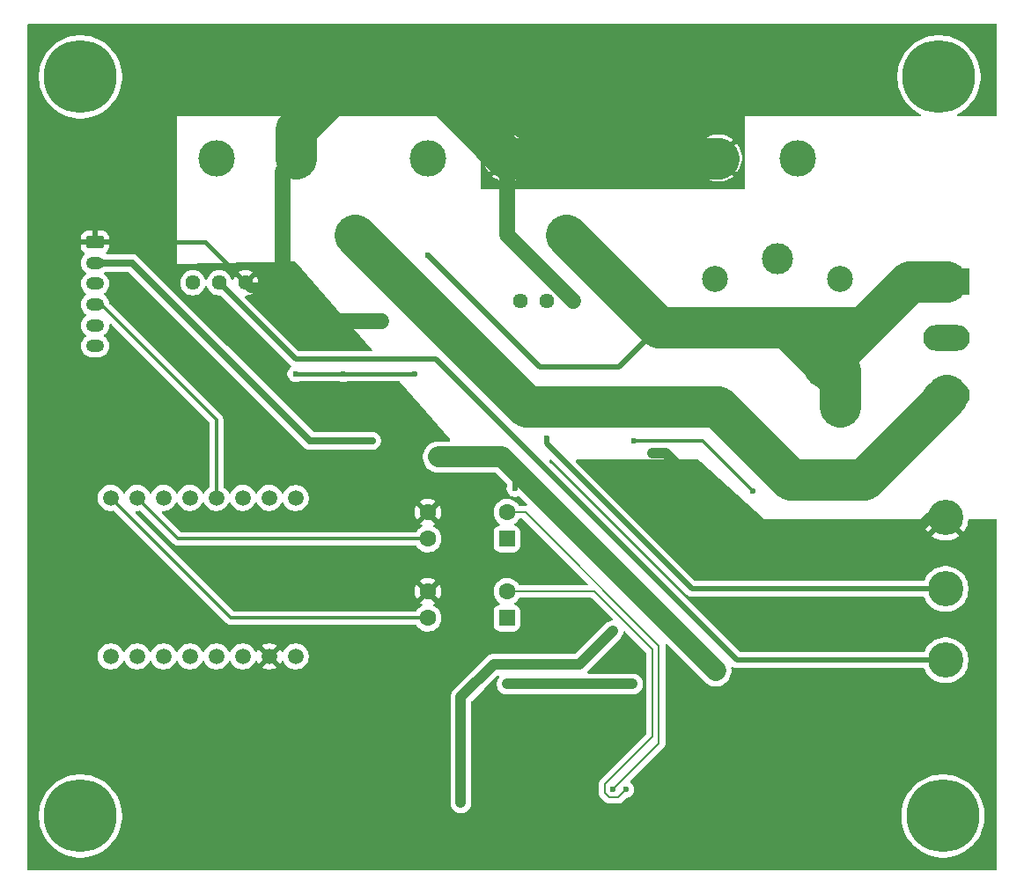
<source format=gbr>
%TF.GenerationSoftware,KiCad,Pcbnew,9.0.6*%
%TF.CreationDate,2026-01-17T02:02:38+03:00*%
%TF.ProjectId,Backup power switch 12v Module,4261636b-7570-4207-906f-776572207377,rev?*%
%TF.SameCoordinates,Original*%
%TF.FileFunction,Copper,L2,Bot*%
%TF.FilePolarity,Positive*%
%FSLAX46Y46*%
G04 Gerber Fmt 4.6, Leading zero omitted, Abs format (unit mm)*
G04 Created by KiCad (PCBNEW 9.0.6) date 2026-01-17 02:02:38*
%MOMM*%
%LPD*%
G01*
G04 APERTURE LIST*
G04 Aperture macros list*
%AMRoundRect*
0 Rectangle with rounded corners*
0 $1 Rounding radius*
0 $2 $3 $4 $5 $6 $7 $8 $9 X,Y pos of 4 corners*
0 Add a 4 corners polygon primitive as box body*
4,1,4,$2,$3,$4,$5,$6,$7,$8,$9,$2,$3,0*
0 Add four circle primitives for the rounded corners*
1,1,$1+$1,$2,$3*
1,1,$1+$1,$4,$5*
1,1,$1+$1,$6,$7*
1,1,$1+$1,$8,$9*
0 Add four rect primitives between the rounded corners*
20,1,$1+$1,$2,$3,$4,$5,0*
20,1,$1+$1,$4,$5,$6,$7,0*
20,1,$1+$1,$6,$7,$8,$9,0*
20,1,$1+$1,$8,$9,$2,$3,0*%
G04 Aperture macros list end*
%TA.AperFunction,ComponentPad*%
%ADD10RoundRect,0.250000X-0.625000X0.350000X-0.625000X-0.350000X0.625000X-0.350000X0.625000X0.350000X0*%
%TD*%
%TA.AperFunction,ComponentPad*%
%ADD11O,1.750000X1.200000*%
%TD*%
%TA.AperFunction,ComponentPad*%
%ADD12RoundRect,0.250000X0.550000X0.550000X-0.550000X0.550000X-0.550000X-0.550000X0.550000X-0.550000X0*%
%TD*%
%TA.AperFunction,ComponentPad*%
%ADD13C,1.600000*%
%TD*%
%TA.AperFunction,ComponentPad*%
%ADD14C,3.000000*%
%TD*%
%TA.AperFunction,ComponentPad*%
%ADD15C,2.500000*%
%TD*%
%TA.AperFunction,ComponentPad*%
%ADD16C,1.440000*%
%TD*%
%TA.AperFunction,ComponentPad*%
%ADD17C,3.500000*%
%TD*%
%TA.AperFunction,ComponentPad*%
%ADD18C,3.900000*%
%TD*%
%TA.AperFunction,ConnectorPad*%
%ADD19C,7.000000*%
%TD*%
%TA.AperFunction,ComponentPad*%
%ADD20C,3.400000*%
%TD*%
%TA.AperFunction,ComponentPad*%
%ADD21C,1.500000*%
%TD*%
%TA.AperFunction,ComponentPad*%
%ADD22R,4.500000X2.500000*%
%TD*%
%TA.AperFunction,ComponentPad*%
%ADD23O,4.500000X2.500000*%
%TD*%
%TA.AperFunction,ViaPad*%
%ADD24C,0.600000*%
%TD*%
%TA.AperFunction,ViaPad*%
%ADD25C,1.000000*%
%TD*%
%TA.AperFunction,ViaPad*%
%ADD26C,2.000000*%
%TD*%
%TA.AperFunction,Conductor*%
%ADD27C,0.300000*%
%TD*%
%TA.AperFunction,Conductor*%
%ADD28C,0.700000*%
%TD*%
%TA.AperFunction,Conductor*%
%ADD29C,0.400000*%
%TD*%
%TA.AperFunction,Conductor*%
%ADD30C,2.000000*%
%TD*%
%TA.AperFunction,Conductor*%
%ADD31C,0.500000*%
%TD*%
%TA.AperFunction,Conductor*%
%ADD32C,4.000000*%
%TD*%
%TA.AperFunction,Conductor*%
%ADD33C,1.000000*%
%TD*%
%TA.AperFunction,Conductor*%
%ADD34C,1.500000*%
%TD*%
%TA.AperFunction,Conductor*%
%ADD35C,0.200000*%
%TD*%
G04 APERTURE END LIST*
D10*
X96266000Y-78138000D03*
D11*
X96266000Y-80138000D03*
X96266000Y-82138000D03*
X96266000Y-84138000D03*
X96266000Y-86138000D03*
X96266000Y-88138000D03*
D12*
X135885000Y-106685000D03*
D13*
X135885000Y-104145000D03*
X128265000Y-104145000D03*
X128265000Y-106685000D03*
D14*
X161925000Y-79765000D03*
D15*
X155875000Y-81715000D03*
D14*
X155875000Y-93915000D03*
X167925000Y-93965000D03*
D15*
X167875000Y-81715000D03*
D16*
X105664000Y-82042000D03*
X108204000Y-82042000D03*
X110743999Y-82042000D03*
D17*
X107950000Y-70040000D03*
X115570000Y-70040000D03*
X156210000Y-70040000D03*
X163830000Y-70040000D03*
D18*
X177410000Y-62230000D03*
D19*
X177410000Y-62230000D03*
D12*
X135885000Y-114305000D03*
D13*
X135885000Y-111765000D03*
X128265000Y-111765000D03*
X128265000Y-114305000D03*
D18*
X177800000Y-133350000D03*
D19*
X177800000Y-133350000D03*
D20*
X178054000Y-104648000D03*
D17*
X128270000Y-70040000D03*
X135890000Y-70040000D03*
D18*
X94860000Y-62230000D03*
D19*
X94860000Y-62230000D03*
D16*
X137160000Y-83820000D03*
X139700000Y-83820000D03*
X142239999Y-83820000D03*
D18*
X94860000Y-133350000D03*
D19*
X94860000Y-133350000D03*
D20*
X178054000Y-118364000D03*
D21*
X97780000Y-118000000D03*
X100320000Y-118000000D03*
X102860000Y-118000000D03*
X105400000Y-118000000D03*
X107940000Y-118000000D03*
X115560000Y-102760000D03*
X113020000Y-102746000D03*
X110480000Y-102746000D03*
X107940000Y-102746000D03*
X105400000Y-102746000D03*
X102860000Y-102746000D03*
X100320000Y-102746000D03*
X97780000Y-102746000D03*
X110480000Y-118000000D03*
X115560000Y-118000000D03*
X113020000Y-118000000D03*
D20*
X178054000Y-111506000D03*
D22*
X178120000Y-81915000D03*
D23*
X178120000Y-87365000D03*
X178120000Y-92815000D03*
D24*
X122909892Y-97250000D03*
X127000000Y-90805000D03*
X120142000Y-90805000D03*
X115570000Y-90805000D03*
X136652000Y-101854000D03*
D25*
X129286000Y-98806000D03*
X155956000Y-119380000D03*
D24*
X153670000Y-100965000D03*
X117475000Y-85725000D03*
X157988000Y-105410000D03*
X149860000Y-98425000D03*
X123825000Y-85725000D03*
X148082000Y-97282000D03*
X159512000Y-102108000D03*
X146050000Y-130810000D03*
X147320000Y-130810000D03*
X146050000Y-115570000D03*
X131445000Y-132080000D03*
D25*
X135890000Y-120650000D03*
X144780000Y-93915000D03*
D24*
X147955000Y-120650000D03*
D26*
X121285000Y-77470000D03*
X141605000Y-77470000D03*
D24*
X128270000Y-79375000D03*
X139700000Y-97028000D03*
D27*
X107940000Y-95208500D02*
X96869500Y-84138000D01*
X107940000Y-102746000D02*
X107940000Y-95208500D01*
X96869500Y-84138000D02*
X96266000Y-84138000D01*
D28*
X99823000Y-80138000D02*
X116935000Y-97250000D01*
X116935000Y-97250000D02*
X122909892Y-97250000D01*
X96266000Y-80138000D02*
X99823000Y-80138000D01*
D27*
X104259000Y-106685000D02*
X128265000Y-106685000D01*
X100320000Y-102746000D02*
X104259000Y-106685000D01*
D29*
X120142000Y-90805000D02*
X127000000Y-90805000D01*
X115570000Y-90805000D02*
X120142000Y-90805000D01*
D30*
X129286000Y-98806000D02*
X135382000Y-98806000D01*
X135382000Y-98806000D02*
X137160000Y-100584000D01*
X155956000Y-119380000D02*
X137160000Y-100584000D01*
D27*
X136652000Y-101092000D02*
X137160000Y-100584000D01*
D31*
X136652000Y-101854000D02*
X136652000Y-101092000D01*
D27*
X97780000Y-102746000D02*
X109339000Y-114305000D01*
X109339000Y-114305000D02*
X128265000Y-114305000D01*
D32*
X115570000Y-70040000D02*
X115570000Y-67310000D01*
D29*
X96266000Y-78138000D02*
X106839999Y-78138000D01*
D33*
X175768000Y-105410000D02*
X176530000Y-104648000D01*
D34*
X142239999Y-83819999D02*
X142239999Y-83820000D01*
D33*
X110743999Y-82042000D02*
X111251999Y-82550000D01*
D32*
X156210000Y-70040000D02*
X135890000Y-70040000D01*
D34*
X114300000Y-71310000D02*
X115570000Y-70040000D01*
D33*
X157988000Y-105283000D02*
X153670000Y-100965000D01*
D34*
X123825000Y-85725000D02*
X117475000Y-85725000D01*
D29*
X106839999Y-78138000D02*
X110743999Y-82042000D01*
D32*
X129350000Y-63500000D02*
X135890000Y-70040000D01*
D33*
X153670000Y-100965000D02*
X151130000Y-98425000D01*
X157988000Y-105410000D02*
X157988000Y-105283000D01*
X151130000Y-98425000D02*
X149860000Y-98425000D01*
X111251999Y-82550000D02*
X114300000Y-82550000D01*
D34*
X114300000Y-82550000D02*
X114300000Y-71310000D01*
X117475000Y-85725000D02*
X114300000Y-82550000D01*
X135890000Y-77470000D02*
X142239999Y-83819999D01*
D32*
X119380000Y-63500000D02*
X129350000Y-63500000D01*
D33*
X176530000Y-104648000D02*
X178054000Y-104648000D01*
D32*
X115570000Y-67310000D02*
X119380000Y-63500000D01*
D33*
X157988000Y-105410000D02*
X175768000Y-105410000D01*
D34*
X135890000Y-70040000D02*
X135890000Y-77470000D01*
D27*
X154686000Y-97282000D02*
X148082000Y-97282000D01*
X159512000Y-102108000D02*
X154686000Y-97282000D01*
D35*
X137016370Y-104145000D02*
X135885000Y-104145000D01*
X137668000Y-104140000D02*
X137021370Y-104140000D01*
X146050000Y-130810000D02*
X150495000Y-126365000D01*
X150495000Y-116967000D02*
X137668000Y-104140000D01*
X150495000Y-126365000D02*
X150495000Y-116967000D01*
X137021370Y-104140000D02*
X137016370Y-104145000D01*
X145752028Y-131572000D02*
X145288000Y-131107972D01*
X149860000Y-117348000D02*
X144277000Y-111765000D01*
X147320000Y-130810000D02*
X146558000Y-131572000D01*
X145288000Y-131107972D02*
X145288000Y-130302000D01*
X145288000Y-130302000D02*
X149860000Y-125730000D01*
X146558000Y-131572000D02*
X145752028Y-131572000D01*
X149860000Y-125730000D02*
X149860000Y-117348000D01*
X144277000Y-111765000D02*
X135885000Y-111765000D01*
D33*
X146050000Y-115570000D02*
X142875000Y-118745000D01*
X131445000Y-121920000D02*
X131445000Y-132080000D01*
X142875000Y-118745000D02*
X134620000Y-118745000D01*
X134620000Y-118745000D02*
X131445000Y-121920000D01*
D32*
X163195000Y-100965000D02*
X170180000Y-100965000D01*
X156145000Y-93915000D02*
X163195000Y-100965000D01*
X178120000Y-93025000D02*
X178120000Y-92815000D01*
X155875000Y-93915000D02*
X156145000Y-93915000D01*
X170180000Y-100965000D02*
X178120000Y-93025000D01*
X144780000Y-93915000D02*
X137730000Y-93915000D01*
X144780000Y-93915000D02*
X155875000Y-93915000D01*
X137730000Y-93915000D02*
X121285000Y-77470000D01*
D33*
X147955000Y-120650000D02*
X135890000Y-120650000D01*
D32*
X176530000Y-81915000D02*
X174625000Y-81915000D01*
D31*
X139065000Y-90170000D02*
X146685000Y-90170000D01*
D32*
X167894000Y-93934000D02*
X167925000Y-93965000D01*
D31*
X128270000Y-79375000D02*
X139065000Y-90170000D01*
D32*
X150495000Y-86360000D02*
X141605000Y-77470000D01*
D31*
X146685000Y-90170000D02*
X150495000Y-86360000D01*
D32*
X167925000Y-90520000D02*
X167575000Y-90170000D01*
X174625000Y-81915000D02*
X170180000Y-86360000D01*
X170180000Y-86360000D02*
X150495000Y-86360000D01*
X161798000Y-86360000D02*
X162814000Y-86360000D01*
X178120000Y-81915000D02*
X176530000Y-81915000D01*
X162814000Y-86360000D02*
X167894000Y-91440000D01*
X167894000Y-91440000D02*
X167894000Y-93934000D01*
X167575000Y-90170000D02*
X166370000Y-90170000D01*
X167925000Y-93965000D02*
X167925000Y-90520000D01*
X166370000Y-90170000D02*
X170180000Y-86360000D01*
D31*
X178054000Y-118364000D02*
X158022446Y-118364000D01*
X115570000Y-89408000D02*
X108204000Y-82042000D01*
X129066446Y-89408000D02*
X115570000Y-89408000D01*
X158022446Y-118364000D02*
X129066446Y-89408000D01*
X153670000Y-111506000D02*
X178054000Y-111506000D01*
X139700000Y-97536000D02*
X153670000Y-111506000D01*
X139700000Y-97028000D02*
X139700000Y-97536000D01*
%TA.AperFunction,Conductor*%
G36*
X182948539Y-57162185D02*
G01*
X182994294Y-57214989D01*
X183005500Y-57266500D01*
X183005500Y-65916000D01*
X182985815Y-65983039D01*
X182933011Y-66028794D01*
X182881500Y-66040000D01*
X179263510Y-66040000D01*
X179196471Y-66020315D01*
X179150716Y-65967511D01*
X179140772Y-65898353D01*
X179169797Y-65834797D01*
X179205057Y-65806642D01*
X179276980Y-65768198D01*
X179469149Y-65665482D01*
X179795969Y-65447107D01*
X180099812Y-65197750D01*
X180377750Y-64919812D01*
X180627107Y-64615969D01*
X180845482Y-64289149D01*
X181030771Y-63942497D01*
X181181190Y-63579353D01*
X181295290Y-63203215D01*
X181295292Y-63203205D01*
X181295295Y-63203194D01*
X181371973Y-62817702D01*
X181410500Y-62426528D01*
X181410500Y-62033471D01*
X181371973Y-61642297D01*
X181295295Y-61256805D01*
X181295292Y-61256794D01*
X181295291Y-61256791D01*
X181295290Y-61256785D01*
X181181190Y-60880647D01*
X181030771Y-60517503D01*
X180845482Y-60170851D01*
X180627107Y-59844031D01*
X180377750Y-59540188D01*
X180377749Y-59540187D01*
X180377745Y-59540182D01*
X180099817Y-59262254D01*
X179795974Y-59012897D01*
X179795973Y-59012896D01*
X179795969Y-59012893D01*
X179469149Y-58794518D01*
X179469144Y-58794515D01*
X179469137Y-58794511D01*
X179122504Y-58609232D01*
X179122499Y-58609230D01*
X178759354Y-58458810D01*
X178383205Y-58344707D01*
X178383194Y-58344704D01*
X177997702Y-58268026D01*
X177703089Y-58239010D01*
X177606532Y-58229500D01*
X177213468Y-58229500D01*
X177124251Y-58238287D01*
X176822297Y-58268026D01*
X176436805Y-58344704D01*
X176436794Y-58344707D01*
X176060645Y-58458810D01*
X175697500Y-58609230D01*
X175697495Y-58609232D01*
X175350862Y-58794511D01*
X175350844Y-58794522D01*
X175024039Y-59012887D01*
X175024025Y-59012897D01*
X174720182Y-59262254D01*
X174442254Y-59540182D01*
X174192897Y-59844025D01*
X174192887Y-59844039D01*
X173974522Y-60170844D01*
X173974511Y-60170862D01*
X173789232Y-60517495D01*
X173789230Y-60517500D01*
X173638810Y-60880645D01*
X173524707Y-61256794D01*
X173524704Y-61256805D01*
X173448026Y-61642297D01*
X173409500Y-62033471D01*
X173409500Y-62426528D01*
X173448026Y-62817702D01*
X173524704Y-63203194D01*
X173524707Y-63203205D01*
X173638810Y-63579354D01*
X173789230Y-63942499D01*
X173789232Y-63942504D01*
X173974511Y-64289137D01*
X173974522Y-64289155D01*
X174192887Y-64615960D01*
X174192897Y-64615974D01*
X174442254Y-64919817D01*
X174720182Y-65197745D01*
X174720187Y-65197749D01*
X174720188Y-65197750D01*
X175024031Y-65447107D01*
X175350851Y-65665482D01*
X175350860Y-65665487D01*
X175350862Y-65665488D01*
X175614943Y-65806642D01*
X175664787Y-65855604D01*
X175680248Y-65923742D01*
X175656416Y-65989421D01*
X175600859Y-66031790D01*
X175556490Y-66040000D01*
X158750000Y-66040000D01*
X158750000Y-72901000D01*
X158730315Y-72968039D01*
X158677511Y-73013794D01*
X158626000Y-73025000D01*
X133474000Y-73025000D01*
X133406961Y-73005315D01*
X133361206Y-72952511D01*
X133350000Y-72901000D01*
X133350000Y-69892533D01*
X133640000Y-69892533D01*
X133640000Y-70187466D01*
X133640001Y-70187483D01*
X133678496Y-70479884D01*
X133678499Y-70479897D01*
X133754835Y-70764790D01*
X133754838Y-70764800D01*
X133867704Y-71037281D01*
X133867709Y-71037292D01*
X134015174Y-71292707D01*
X134015180Y-71292715D01*
X134131777Y-71444667D01*
X135174152Y-70402292D01*
X135181049Y-70418942D01*
X135268599Y-70549970D01*
X135380030Y-70661401D01*
X135511058Y-70748951D01*
X135527706Y-70755847D01*
X134485331Y-71798221D01*
X134637284Y-71914819D01*
X134637292Y-71914825D01*
X134892707Y-72062290D01*
X134892718Y-72062295D01*
X135165199Y-72175161D01*
X135165209Y-72175164D01*
X135450102Y-72251500D01*
X135450115Y-72251503D01*
X135742516Y-72289998D01*
X135742534Y-72290000D01*
X136037466Y-72290000D01*
X136037483Y-72289998D01*
X136329884Y-72251503D01*
X136329897Y-72251500D01*
X136614790Y-72175164D01*
X136614800Y-72175161D01*
X136887281Y-72062295D01*
X136887292Y-72062290D01*
X137142707Y-71914825D01*
X137142725Y-71914813D01*
X137294667Y-71798222D01*
X137294667Y-71798220D01*
X136252293Y-70755847D01*
X136268942Y-70748951D01*
X136399970Y-70661401D01*
X136511401Y-70549970D01*
X136598951Y-70418942D01*
X136605847Y-70402293D01*
X137648220Y-71444667D01*
X137648222Y-71444667D01*
X137764813Y-71292725D01*
X137764825Y-71292707D01*
X137912290Y-71037292D01*
X137912295Y-71037281D01*
X138025161Y-70764800D01*
X138025164Y-70764790D01*
X138101500Y-70479897D01*
X138101503Y-70479884D01*
X138139998Y-70187483D01*
X138140000Y-70187466D01*
X138140000Y-69892533D01*
X153960000Y-69892533D01*
X153960000Y-70187466D01*
X153960001Y-70187483D01*
X153998496Y-70479884D01*
X153998499Y-70479897D01*
X154074835Y-70764790D01*
X154074838Y-70764800D01*
X154187704Y-71037281D01*
X154187709Y-71037292D01*
X154335174Y-71292707D01*
X154335180Y-71292715D01*
X154451777Y-71444667D01*
X155494152Y-70402291D01*
X155501049Y-70418942D01*
X155588599Y-70549970D01*
X155700030Y-70661401D01*
X155831058Y-70748951D01*
X155847706Y-70755847D01*
X154805331Y-71798221D01*
X154957284Y-71914819D01*
X154957292Y-71914825D01*
X155212707Y-72062290D01*
X155212718Y-72062295D01*
X155485199Y-72175161D01*
X155485209Y-72175164D01*
X155770102Y-72251500D01*
X155770115Y-72251503D01*
X156062516Y-72289998D01*
X156062534Y-72290000D01*
X156357466Y-72290000D01*
X156357483Y-72289998D01*
X156649884Y-72251503D01*
X156649897Y-72251500D01*
X156934790Y-72175164D01*
X156934800Y-72175161D01*
X157207281Y-72062295D01*
X157207292Y-72062290D01*
X157462707Y-71914825D01*
X157462725Y-71914813D01*
X157614667Y-71798222D01*
X157614667Y-71798220D01*
X156572293Y-70755847D01*
X156588942Y-70748951D01*
X156719970Y-70661401D01*
X156831401Y-70549970D01*
X156918951Y-70418942D01*
X156925846Y-70402293D01*
X157968220Y-71444667D01*
X157968222Y-71444667D01*
X158084813Y-71292725D01*
X158084825Y-71292707D01*
X158232290Y-71037292D01*
X158232295Y-71037281D01*
X158345161Y-70764800D01*
X158345164Y-70764790D01*
X158421500Y-70479897D01*
X158421503Y-70479884D01*
X158459998Y-70187483D01*
X158460000Y-70187466D01*
X158460000Y-69892533D01*
X158459998Y-69892516D01*
X158421503Y-69600115D01*
X158421500Y-69600102D01*
X158345164Y-69315209D01*
X158345161Y-69315199D01*
X158232295Y-69042718D01*
X158232290Y-69042707D01*
X158084825Y-68787292D01*
X158084819Y-68787284D01*
X157968221Y-68635331D01*
X156925846Y-69677705D01*
X156918951Y-69661058D01*
X156831401Y-69530030D01*
X156719970Y-69418599D01*
X156588942Y-69331049D01*
X156572293Y-69324152D01*
X157614667Y-68281777D01*
X157462715Y-68165180D01*
X157462707Y-68165174D01*
X157207292Y-68017709D01*
X157207281Y-68017704D01*
X156934800Y-67904838D01*
X156934790Y-67904835D01*
X156649897Y-67828499D01*
X156649884Y-67828496D01*
X156357483Y-67790001D01*
X156357466Y-67790000D01*
X156062534Y-67790000D01*
X156062516Y-67790001D01*
X155770115Y-67828496D01*
X155770102Y-67828499D01*
X155485209Y-67904835D01*
X155485199Y-67904838D01*
X155212718Y-68017704D01*
X155212707Y-68017709D01*
X154957292Y-68165174D01*
X154957276Y-68165185D01*
X154805331Y-68281775D01*
X154805331Y-68281777D01*
X155847706Y-69324152D01*
X155831058Y-69331049D01*
X155700030Y-69418599D01*
X155588599Y-69530030D01*
X155501049Y-69661058D01*
X155494152Y-69677706D01*
X154451777Y-68635331D01*
X154451775Y-68635331D01*
X154335185Y-68787276D01*
X154335174Y-68787292D01*
X154187709Y-69042707D01*
X154187704Y-69042718D01*
X154074838Y-69315199D01*
X154074835Y-69315209D01*
X153998499Y-69600102D01*
X153998496Y-69600115D01*
X153960001Y-69892516D01*
X153960000Y-69892533D01*
X138140000Y-69892533D01*
X138139998Y-69892516D01*
X138101503Y-69600115D01*
X138101500Y-69600102D01*
X138025164Y-69315209D01*
X138025161Y-69315199D01*
X137912295Y-69042718D01*
X137912290Y-69042707D01*
X137764825Y-68787292D01*
X137764819Y-68787284D01*
X137648221Y-68635331D01*
X136605846Y-69677705D01*
X136598951Y-69661058D01*
X136511401Y-69530030D01*
X136399970Y-69418599D01*
X136268942Y-69331049D01*
X136252293Y-69324152D01*
X137294667Y-68281777D01*
X137142715Y-68165180D01*
X137142707Y-68165174D01*
X136887292Y-68017709D01*
X136887281Y-68017704D01*
X136614800Y-67904838D01*
X136614790Y-67904835D01*
X136329897Y-67828499D01*
X136329884Y-67828496D01*
X136037483Y-67790001D01*
X136037466Y-67790000D01*
X135742534Y-67790000D01*
X135742516Y-67790001D01*
X135450115Y-67828496D01*
X135450102Y-67828499D01*
X135165209Y-67904835D01*
X135165199Y-67904838D01*
X134892718Y-68017704D01*
X134892707Y-68017709D01*
X134637292Y-68165174D01*
X134637276Y-68165185D01*
X134485331Y-68281775D01*
X134485331Y-68281777D01*
X135527706Y-69324152D01*
X135511058Y-69331049D01*
X135380030Y-69418599D01*
X135268599Y-69530030D01*
X135181049Y-69661058D01*
X135174152Y-69677706D01*
X134131777Y-68635331D01*
X134131775Y-68635331D01*
X134015185Y-68787276D01*
X134015174Y-68787292D01*
X133867709Y-69042707D01*
X133867704Y-69042718D01*
X133754838Y-69315199D01*
X133754835Y-69315209D01*
X133678499Y-69600102D01*
X133678496Y-69600115D01*
X133640001Y-69892516D01*
X133640000Y-69892533D01*
X133350000Y-69892533D01*
X133350000Y-66040000D01*
X104140000Y-66040000D01*
X104140000Y-80645000D01*
X101532789Y-80645000D01*
X100365165Y-79477375D01*
X100365161Y-79477372D01*
X100225866Y-79384297D01*
X100225863Y-79384296D01*
X100116416Y-79338962D01*
X100116414Y-79338961D01*
X100071086Y-79320185D01*
X100071074Y-79320182D01*
X99906771Y-79287500D01*
X99906767Y-79287500D01*
X97451523Y-79287500D01*
X97384484Y-79267815D01*
X97338729Y-79215011D01*
X97328785Y-79145853D01*
X97357810Y-79082297D01*
X97363842Y-79075819D01*
X97483315Y-78956345D01*
X97575356Y-78807124D01*
X97575358Y-78807119D01*
X97630505Y-78640697D01*
X97630506Y-78640690D01*
X97640999Y-78537986D01*
X97641000Y-78537973D01*
X97641000Y-78388000D01*
X96546330Y-78388000D01*
X96566075Y-78368255D01*
X96615444Y-78282745D01*
X96641000Y-78187370D01*
X96641000Y-78088630D01*
X96615444Y-77993255D01*
X96566075Y-77907745D01*
X96546330Y-77888000D01*
X97640999Y-77888000D01*
X97640999Y-77738028D01*
X97640998Y-77738013D01*
X97630505Y-77635302D01*
X97575358Y-77468880D01*
X97575356Y-77468875D01*
X97483315Y-77319654D01*
X97359345Y-77195684D01*
X97210124Y-77103643D01*
X97210119Y-77103641D01*
X97043697Y-77048494D01*
X97043690Y-77048493D01*
X96940986Y-77038000D01*
X96516000Y-77038000D01*
X96516000Y-77857670D01*
X96496255Y-77837925D01*
X96410745Y-77788556D01*
X96315370Y-77763000D01*
X96216630Y-77763000D01*
X96121255Y-77788556D01*
X96035745Y-77837925D01*
X96016000Y-77857670D01*
X96016000Y-77038000D01*
X95591028Y-77038000D01*
X95591012Y-77038001D01*
X95488302Y-77048494D01*
X95321880Y-77103641D01*
X95321875Y-77103643D01*
X95172654Y-77195684D01*
X95048684Y-77319654D01*
X94956643Y-77468875D01*
X94956641Y-77468880D01*
X94901494Y-77635302D01*
X94901493Y-77635309D01*
X94891000Y-77738013D01*
X94891000Y-77888000D01*
X95985670Y-77888000D01*
X95965925Y-77907745D01*
X95916556Y-77993255D01*
X95891000Y-78088630D01*
X95891000Y-78187370D01*
X95916556Y-78282745D01*
X95965925Y-78368255D01*
X95985670Y-78388000D01*
X94891001Y-78388000D01*
X94891001Y-78537986D01*
X94901494Y-78640697D01*
X94956641Y-78807119D01*
X94956643Y-78807124D01*
X95048684Y-78956345D01*
X95172656Y-79080317D01*
X95236906Y-79119946D01*
X95283631Y-79171893D01*
X95294854Y-79240856D01*
X95267011Y-79304938D01*
X95259492Y-79313166D01*
X95151585Y-79421073D01*
X95049768Y-79561211D01*
X94971128Y-79715552D01*
X94917597Y-79880302D01*
X94915092Y-79896120D01*
X94890500Y-80051389D01*
X94890500Y-80224611D01*
X94917598Y-80395701D01*
X94922055Y-80409419D01*
X94971128Y-80560447D01*
X95014210Y-80645000D01*
X89721700Y-80645000D01*
X89721700Y-62033471D01*
X90859500Y-62033471D01*
X90859500Y-62426528D01*
X90898026Y-62817702D01*
X90974704Y-63203194D01*
X90974707Y-63203205D01*
X91088810Y-63579354D01*
X91239230Y-63942499D01*
X91239232Y-63942504D01*
X91424511Y-64289137D01*
X91424522Y-64289155D01*
X91642887Y-64615960D01*
X91642897Y-64615974D01*
X91892254Y-64919817D01*
X92170182Y-65197745D01*
X92170187Y-65197749D01*
X92170188Y-65197750D01*
X92474031Y-65447107D01*
X92800851Y-65665482D01*
X92800860Y-65665487D01*
X92800862Y-65665488D01*
X93147495Y-65850767D01*
X93147497Y-65850767D01*
X93147503Y-65850771D01*
X93510647Y-66001190D01*
X93886785Y-66115290D01*
X93886791Y-66115291D01*
X93886794Y-66115292D01*
X93886805Y-66115295D01*
X94272297Y-66191973D01*
X94663468Y-66230500D01*
X94663471Y-66230500D01*
X95056529Y-66230500D01*
X95056532Y-66230500D01*
X95447703Y-66191973D01*
X95522748Y-66177045D01*
X95833194Y-66115295D01*
X95833205Y-66115292D01*
X95833205Y-66115291D01*
X95833215Y-66115290D01*
X96209353Y-66001190D01*
X96572497Y-65850771D01*
X96919149Y-65665482D01*
X97245969Y-65447107D01*
X97549812Y-65197750D01*
X97827750Y-64919812D01*
X98077107Y-64615969D01*
X98295482Y-64289149D01*
X98480771Y-63942497D01*
X98631190Y-63579353D01*
X98745290Y-63203215D01*
X98745292Y-63203205D01*
X98745295Y-63203194D01*
X98821973Y-62817702D01*
X98860500Y-62426528D01*
X98860500Y-62033471D01*
X98821973Y-61642297D01*
X98745295Y-61256805D01*
X98745292Y-61256794D01*
X98745291Y-61256791D01*
X98745290Y-61256785D01*
X98631190Y-60880647D01*
X98480771Y-60517503D01*
X98295482Y-60170851D01*
X98077107Y-59844031D01*
X97827750Y-59540188D01*
X97827749Y-59540187D01*
X97827745Y-59540182D01*
X97549817Y-59262254D01*
X97245974Y-59012897D01*
X97245973Y-59012896D01*
X97245969Y-59012893D01*
X96919149Y-58794518D01*
X96919144Y-58794515D01*
X96919137Y-58794511D01*
X96572504Y-58609232D01*
X96572499Y-58609230D01*
X96209354Y-58458810D01*
X95833205Y-58344707D01*
X95833194Y-58344704D01*
X95447702Y-58268026D01*
X95153089Y-58239010D01*
X95056532Y-58229500D01*
X94663468Y-58229500D01*
X94574251Y-58238287D01*
X94272297Y-58268026D01*
X93886805Y-58344704D01*
X93886794Y-58344707D01*
X93510645Y-58458810D01*
X93147500Y-58609230D01*
X93147495Y-58609232D01*
X92800862Y-58794511D01*
X92800844Y-58794522D01*
X92474039Y-59012887D01*
X92474025Y-59012897D01*
X92170182Y-59262254D01*
X91892254Y-59540182D01*
X91642897Y-59844025D01*
X91642887Y-59844039D01*
X91424522Y-60170844D01*
X91424511Y-60170862D01*
X91239232Y-60517495D01*
X91239230Y-60517500D01*
X91088810Y-60880645D01*
X90974707Y-61256794D01*
X90974704Y-61256805D01*
X90898026Y-61642297D01*
X90859500Y-62033471D01*
X89721700Y-62033471D01*
X89721700Y-57266500D01*
X89741385Y-57199461D01*
X89794189Y-57153706D01*
X89845700Y-57142500D01*
X182881500Y-57142500D01*
X182948539Y-57162185D01*
G37*
%TD.AperFunction*%
%TA.AperFunction,Conductor*%
G36*
X115579232Y-80029492D02*
G01*
X115608132Y-80053999D01*
X122886650Y-88452289D01*
X122915681Y-88515842D01*
X122905744Y-88585001D01*
X122859994Y-88637809D01*
X122792956Y-88657500D01*
X115932229Y-88657500D01*
X115865190Y-88637815D01*
X115844548Y-88621181D01*
X110697049Y-83473681D01*
X110663564Y-83412358D01*
X110668548Y-83342666D01*
X110710420Y-83286733D01*
X110775884Y-83262316D01*
X110784730Y-83262000D01*
X110840014Y-83262000D01*
X111029683Y-83231959D01*
X111212320Y-83172616D01*
X111383418Y-83085436D01*
X111412645Y-83064201D01*
X111412645Y-83064200D01*
X110790445Y-82442000D01*
X110796660Y-82442000D01*
X110898393Y-82414741D01*
X110989605Y-82362080D01*
X111064079Y-82287606D01*
X111116740Y-82196394D01*
X111143999Y-82094661D01*
X111143999Y-82088446D01*
X111766199Y-82710646D01*
X111766200Y-82710646D01*
X111787435Y-82681419D01*
X111874615Y-82510321D01*
X111933958Y-82327684D01*
X111963999Y-82138015D01*
X111963999Y-81945984D01*
X111933958Y-81756315D01*
X111874615Y-81573678D01*
X111787433Y-81402577D01*
X111766200Y-81373352D01*
X111766199Y-81373351D01*
X111143999Y-81995552D01*
X111143999Y-81989339D01*
X111116740Y-81887606D01*
X111064079Y-81796394D01*
X110989605Y-81721920D01*
X110898393Y-81669259D01*
X110796660Y-81642000D01*
X110790446Y-81642000D01*
X111412645Y-81019798D01*
X111383414Y-80998561D01*
X111212320Y-80911383D01*
X111029683Y-80852040D01*
X110840014Y-80822000D01*
X110647984Y-80822000D01*
X110458314Y-80852040D01*
X110275677Y-80911383D01*
X110104577Y-80998564D01*
X110075351Y-81019798D01*
X110075350Y-81019798D01*
X110697553Y-81642000D01*
X110691338Y-81642000D01*
X110589605Y-81669259D01*
X110498393Y-81721920D01*
X110423919Y-81796394D01*
X110371258Y-81887606D01*
X110343999Y-81989339D01*
X110343999Y-81995553D01*
X109721797Y-81373351D01*
X109721797Y-81373352D01*
X109700563Y-81402578D01*
X109613380Y-81573682D01*
X109592192Y-81638892D01*
X109552754Y-81696567D01*
X109488395Y-81723764D01*
X109419549Y-81711848D01*
X109368074Y-81664604D01*
X109356332Y-81638892D01*
X109335082Y-81573491D01*
X109247865Y-81402319D01*
X109134945Y-81246898D01*
X108999102Y-81111055D01*
X108843681Y-80998135D01*
X108727843Y-80939112D01*
X108672506Y-80910916D01*
X108489802Y-80851553D01*
X108394928Y-80836526D01*
X108300055Y-80821500D01*
X108107945Y-80821500D01*
X108044696Y-80831517D01*
X107918197Y-80851553D01*
X107735493Y-80910916D01*
X107564318Y-80998135D01*
X107485988Y-81055046D01*
X107408898Y-81111055D01*
X107408896Y-81111057D01*
X107408895Y-81111057D01*
X107273057Y-81246895D01*
X107273057Y-81246896D01*
X107273055Y-81246898D01*
X107235500Y-81298588D01*
X107160135Y-81402318D01*
X107072916Y-81573493D01*
X107051931Y-81638081D01*
X107012494Y-81695756D01*
X106948135Y-81722955D01*
X106879289Y-81711041D01*
X106827813Y-81663797D01*
X106816069Y-81638081D01*
X106795083Y-81573493D01*
X106789758Y-81563043D01*
X106707865Y-81402319D01*
X106594945Y-81246898D01*
X106459102Y-81111055D01*
X106303681Y-80998135D01*
X106187843Y-80939112D01*
X106132506Y-80910916D01*
X105949802Y-80851553D01*
X105854928Y-80836526D01*
X105760055Y-80821500D01*
X105567945Y-80821500D01*
X105504696Y-80831517D01*
X105378197Y-80851553D01*
X105195493Y-80910916D01*
X105024318Y-80998135D01*
X104945988Y-81055046D01*
X104868898Y-81111055D01*
X104868896Y-81111057D01*
X104868895Y-81111057D01*
X104733057Y-81246895D01*
X104733057Y-81246896D01*
X104733055Y-81246898D01*
X104695500Y-81298588D01*
X104620135Y-81402318D01*
X104532916Y-81573493D01*
X104473553Y-81756197D01*
X104443500Y-81945945D01*
X104443500Y-82138054D01*
X104473553Y-82327802D01*
X104532916Y-82510506D01*
X104578261Y-82599500D01*
X104620135Y-82681681D01*
X104733055Y-82837102D01*
X104868898Y-82972945D01*
X105024319Y-83085865D01*
X105174970Y-83162626D01*
X105195493Y-83173083D01*
X105286845Y-83202764D01*
X105378199Y-83232447D01*
X105567945Y-83262500D01*
X105567946Y-83262500D01*
X105760054Y-83262500D01*
X105760055Y-83262500D01*
X105949801Y-83232447D01*
X106132509Y-83173082D01*
X106303681Y-83085865D01*
X106459102Y-82972945D01*
X106594945Y-82837102D01*
X106707865Y-82681681D01*
X106795082Y-82510509D01*
X106795143Y-82510321D01*
X106816069Y-82445919D01*
X106855506Y-82388243D01*
X106919864Y-82361044D01*
X106988711Y-82372958D01*
X107040187Y-82420202D01*
X107051931Y-82445919D01*
X107072915Y-82510504D01*
X107098363Y-82560447D01*
X107160135Y-82681681D01*
X107273055Y-82837102D01*
X107408898Y-82972945D01*
X107564319Y-83085865D01*
X107714970Y-83162626D01*
X107735493Y-83173083D01*
X107826845Y-83202764D01*
X107918199Y-83232447D01*
X108107945Y-83262500D01*
X108107946Y-83262500D01*
X108300042Y-83262500D01*
X108300055Y-83262500D01*
X108300067Y-83262497D01*
X108301526Y-83262383D01*
X108302083Y-83262500D01*
X108304927Y-83262500D01*
X108304927Y-83263097D01*
X108369905Y-83276739D01*
X108398951Y-83298319D01*
X111815421Y-86714788D01*
X114987049Y-89886416D01*
X115087229Y-89986596D01*
X115120713Y-90047920D01*
X115115729Y-90117611D01*
X115073857Y-90173544D01*
X115068440Y-90177378D01*
X115059709Y-90183211D01*
X114948213Y-90294707D01*
X114948210Y-90294711D01*
X114860609Y-90425814D01*
X114860602Y-90425827D01*
X114800264Y-90571498D01*
X114800261Y-90571510D01*
X114769500Y-90726153D01*
X114769500Y-90883846D01*
X114800261Y-91038489D01*
X114800264Y-91038501D01*
X114860602Y-91184172D01*
X114860609Y-91184185D01*
X114948210Y-91315288D01*
X114948213Y-91315292D01*
X115059707Y-91426786D01*
X115059711Y-91426789D01*
X115190814Y-91514390D01*
X115190827Y-91514397D01*
X115336498Y-91574735D01*
X115336503Y-91574737D01*
X115469536Y-91601199D01*
X115491153Y-91605499D01*
X115491156Y-91605500D01*
X115491158Y-91605500D01*
X115648844Y-91605500D01*
X115648845Y-91605499D01*
X115803497Y-91574737D01*
X115878963Y-91543478D01*
X115947864Y-91514939D01*
X115995316Y-91505500D01*
X119716684Y-91505500D01*
X119764136Y-91514939D01*
X119908498Y-91574735D01*
X119908503Y-91574737D01*
X120041536Y-91601199D01*
X120063153Y-91605499D01*
X120063156Y-91605500D01*
X120063158Y-91605500D01*
X120220844Y-91605500D01*
X120220845Y-91605499D01*
X120375497Y-91574737D01*
X120450963Y-91543478D01*
X120519864Y-91514939D01*
X120567316Y-91505500D01*
X125476146Y-91505500D01*
X125543185Y-91525185D01*
X125569848Y-91548287D01*
X127494543Y-93769089D01*
X130381583Y-97100289D01*
X130410614Y-97163842D01*
X130400677Y-97233001D01*
X130354927Y-97285809D01*
X130287889Y-97305500D01*
X129167903Y-97305500D01*
X128934631Y-97342446D01*
X128710003Y-97415433D01*
X128499566Y-97522657D01*
X128390550Y-97601862D01*
X128308490Y-97661483D01*
X128308488Y-97661485D01*
X128308487Y-97661485D01*
X128141485Y-97828487D01*
X128141485Y-97828488D01*
X128141483Y-97828490D01*
X128095707Y-97891495D01*
X128002657Y-98019566D01*
X127895433Y-98230003D01*
X127822446Y-98454631D01*
X127785500Y-98687902D01*
X127785500Y-98924097D01*
X127822446Y-99157368D01*
X127895433Y-99381996D01*
X128002657Y-99592433D01*
X128141483Y-99783510D01*
X128308490Y-99950517D01*
X128499567Y-100089343D01*
X128598991Y-100140002D01*
X128710003Y-100196566D01*
X128710005Y-100196566D01*
X128710008Y-100196568D01*
X128830412Y-100235689D01*
X128934631Y-100269553D01*
X129167903Y-100306500D01*
X129167908Y-100306500D01*
X134709111Y-100306500D01*
X134776150Y-100326185D01*
X134796792Y-100342819D01*
X135865181Y-101411208D01*
X135879884Y-101438135D01*
X135896477Y-101463954D01*
X135897368Y-101470154D01*
X135898666Y-101472531D01*
X135901500Y-101498889D01*
X135901500Y-101549396D01*
X135892062Y-101596844D01*
X135890293Y-101601117D01*
X135882262Y-101620506D01*
X135882260Y-101620511D01*
X135851500Y-101775153D01*
X135851500Y-101932846D01*
X135882261Y-102087489D01*
X135882264Y-102087501D01*
X135942602Y-102233172D01*
X135942609Y-102233185D01*
X136030210Y-102364288D01*
X136030213Y-102364292D01*
X136141707Y-102475786D01*
X136141711Y-102475789D01*
X136272814Y-102563390D01*
X136272827Y-102563397D01*
X136405350Y-102618289D01*
X136418503Y-102623737D01*
X136573153Y-102654499D01*
X136573156Y-102654500D01*
X136573158Y-102654500D01*
X136730844Y-102654500D01*
X136730845Y-102654499D01*
X136885497Y-102623737D01*
X136944865Y-102599145D01*
X137014332Y-102591676D01*
X137076811Y-102622950D01*
X137079998Y-102626025D01*
X137781791Y-103327818D01*
X137792402Y-103347251D01*
X137806904Y-103363987D01*
X137808821Y-103377319D01*
X137815276Y-103389141D01*
X137813696Y-103411227D01*
X137816848Y-103433145D01*
X137811252Y-103445397D01*
X137810292Y-103458833D01*
X137797022Y-103476558D01*
X137787824Y-103496701D01*
X137776491Y-103503984D01*
X137768420Y-103514766D01*
X137747675Y-103522503D01*
X137729046Y-103534476D01*
X137707126Y-103537627D01*
X137702956Y-103539183D01*
X137694111Y-103539499D01*
X137588943Y-103539499D01*
X137588939Y-103539499D01*
X137581332Y-103539500D01*
X137581331Y-103539499D01*
X137581331Y-103539500D01*
X137112054Y-103539500D01*
X137045015Y-103519815D01*
X137001568Y-103471792D01*
X136997286Y-103463387D01*
X136876971Y-103297786D01*
X136732213Y-103153028D01*
X136566613Y-103032715D01*
X136566612Y-103032714D01*
X136566610Y-103032713D01*
X136509653Y-103003691D01*
X136384223Y-102939781D01*
X136189534Y-102876522D01*
X136014995Y-102848878D01*
X135987352Y-102844500D01*
X135782648Y-102844500D01*
X135758329Y-102848351D01*
X135580465Y-102876522D01*
X135385776Y-102939781D01*
X135203386Y-103032715D01*
X135037786Y-103153028D01*
X134893028Y-103297786D01*
X134772715Y-103463386D01*
X134679781Y-103645776D01*
X134616522Y-103840465D01*
X134584500Y-104042648D01*
X134584500Y-104247351D01*
X134616522Y-104449534D01*
X134679781Y-104644223D01*
X134730433Y-104743631D01*
X134772585Y-104826359D01*
X134772715Y-104826613D01*
X134893028Y-104992213D01*
X134893034Y-104992219D01*
X135037781Y-105136966D01*
X135131452Y-105205021D01*
X135174117Y-105260350D01*
X135180096Y-105329963D01*
X135147491Y-105391759D01*
X135097571Y-105423045D01*
X135015666Y-105450186D01*
X135015663Y-105450187D01*
X134866342Y-105542289D01*
X134742289Y-105666342D01*
X134650187Y-105815663D01*
X134650186Y-105815666D01*
X134595001Y-105982203D01*
X134595001Y-105982204D01*
X134595000Y-105982204D01*
X134584500Y-106084983D01*
X134584500Y-107285001D01*
X134584501Y-107285018D01*
X134595000Y-107387796D01*
X134595001Y-107387799D01*
X134642856Y-107532213D01*
X134650186Y-107554334D01*
X134742288Y-107703656D01*
X134866344Y-107827712D01*
X135015666Y-107919814D01*
X135182203Y-107974999D01*
X135284991Y-107985500D01*
X136485008Y-107985499D01*
X136587797Y-107974999D01*
X136754334Y-107919814D01*
X136903656Y-107827712D01*
X137027712Y-107703656D01*
X137119814Y-107554334D01*
X137174999Y-107387797D01*
X137185500Y-107285009D01*
X137185499Y-106084992D01*
X137174999Y-105982203D01*
X137119814Y-105815666D01*
X137027712Y-105666344D01*
X136903656Y-105542288D01*
X136798178Y-105477229D01*
X136754336Y-105450187D01*
X136754335Y-105450186D01*
X136754334Y-105450186D01*
X136672427Y-105423044D01*
X136614984Y-105383272D01*
X136588161Y-105318756D01*
X136600476Y-105249980D01*
X136638547Y-105205021D01*
X136732219Y-105136966D01*
X136876966Y-104992219D01*
X136876968Y-104992215D01*
X136876971Y-104992213D01*
X136997284Y-104826614D01*
X136997285Y-104826613D01*
X136997287Y-104826610D01*
X137004911Y-104811646D01*
X137005687Y-104810824D01*
X137005916Y-104809716D01*
X137029601Y-104785503D01*
X137052884Y-104760851D01*
X137054243Y-104760312D01*
X137054775Y-104759770D01*
X137060020Y-104758027D01*
X137087706Y-104747072D01*
X137094563Y-104745501D01*
X137095427Y-104745501D01*
X137100518Y-104744136D01*
X137102726Y-104743631D01*
X137105400Y-104743792D01*
X137130416Y-104740500D01*
X137367903Y-104740500D01*
X137434942Y-104760185D01*
X137455584Y-104776819D01*
X143631584Y-110952819D01*
X143665069Y-111014142D01*
X143660085Y-111083834D01*
X143618213Y-111139767D01*
X143552749Y-111164184D01*
X143543903Y-111164500D01*
X137114602Y-111164500D01*
X137047563Y-111144815D01*
X137004117Y-111096795D01*
X136997284Y-111083385D01*
X136876971Y-110917786D01*
X136732213Y-110773028D01*
X136566613Y-110652715D01*
X136566612Y-110652714D01*
X136566610Y-110652713D01*
X136509653Y-110623691D01*
X136384223Y-110559781D01*
X136189534Y-110496522D01*
X136014995Y-110468878D01*
X135987352Y-110464500D01*
X135782648Y-110464500D01*
X135758329Y-110468351D01*
X135580465Y-110496522D01*
X135385776Y-110559781D01*
X135203386Y-110652715D01*
X135037786Y-110773028D01*
X134893028Y-110917786D01*
X134772715Y-111083386D01*
X134679781Y-111265776D01*
X134616522Y-111460465D01*
X134584500Y-111662648D01*
X134584500Y-111867351D01*
X134616522Y-112069534D01*
X134679781Y-112264223D01*
X134712782Y-112328989D01*
X134772585Y-112446359D01*
X134772715Y-112446613D01*
X134893028Y-112612213D01*
X134893034Y-112612219D01*
X135037781Y-112756966D01*
X135131452Y-112825021D01*
X135174117Y-112880350D01*
X135180096Y-112949963D01*
X135147491Y-113011759D01*
X135097571Y-113043045D01*
X135015666Y-113070186D01*
X135015663Y-113070187D01*
X134866342Y-113162289D01*
X134742289Y-113286342D01*
X134650187Y-113435663D01*
X134650185Y-113435668D01*
X134634233Y-113483808D01*
X134595001Y-113602203D01*
X134595001Y-113602204D01*
X134595000Y-113602204D01*
X134584500Y-113704983D01*
X134584500Y-114905001D01*
X134584501Y-114905007D01*
X134595000Y-115007796D01*
X134595001Y-115007799D01*
X134642856Y-115152213D01*
X134650186Y-115174334D01*
X134742288Y-115323656D01*
X134866344Y-115447712D01*
X135015666Y-115539814D01*
X135182203Y-115594999D01*
X135284991Y-115605500D01*
X136485008Y-115605499D01*
X136587797Y-115594999D01*
X136754334Y-115539814D01*
X136903656Y-115447712D01*
X137027712Y-115323656D01*
X137119814Y-115174334D01*
X137174999Y-115007797D01*
X137185500Y-114905009D01*
X137185499Y-113704992D01*
X137174999Y-113602203D01*
X137119814Y-113435666D01*
X137027712Y-113286344D01*
X136903656Y-113162288D01*
X136754334Y-113070186D01*
X136672427Y-113043044D01*
X136614984Y-113003272D01*
X136588161Y-112938756D01*
X136600476Y-112869980D01*
X136638547Y-112825021D01*
X136732219Y-112756966D01*
X136876966Y-112612219D01*
X136876968Y-112612215D01*
X136876971Y-112612213D01*
X136997284Y-112446614D01*
X136997285Y-112446613D01*
X136997287Y-112446610D01*
X137004117Y-112433204D01*
X137052091Y-112382409D01*
X137114602Y-112365500D01*
X143976903Y-112365500D01*
X144043942Y-112385185D01*
X144064584Y-112401819D01*
X146021701Y-114358936D01*
X146055186Y-114420259D01*
X146050202Y-114489951D01*
X146008330Y-114545884D01*
X145956945Y-114565855D01*
X145957434Y-114568311D01*
X145758171Y-114607947D01*
X145758163Y-114607949D01*
X145576089Y-114683367D01*
X145576079Y-114683372D01*
X145412219Y-114792860D01*
X145412215Y-114792863D01*
X142496899Y-117708181D01*
X142435576Y-117741666D01*
X142409218Y-117744500D01*
X134521455Y-117744500D01*
X134424812Y-117763724D01*
X134328167Y-117782947D01*
X134328161Y-117782949D01*
X134274834Y-117805037D01*
X134274834Y-117805038D01*
X134229315Y-117823892D01*
X134146089Y-117858366D01*
X134146079Y-117858371D01*
X133982219Y-117967859D01*
X133912540Y-118037538D01*
X133842861Y-118107218D01*
X133842858Y-118107221D01*
X130807221Y-121142858D01*
X130807218Y-121142861D01*
X130737538Y-121212540D01*
X130667859Y-121282219D01*
X130558371Y-121446080D01*
X130558364Y-121446093D01*
X130520863Y-121536632D01*
X130489625Y-121612048D01*
X130489624Y-121612052D01*
X130482948Y-121628167D01*
X130482947Y-121628171D01*
X130444500Y-121821454D01*
X130444500Y-121821459D01*
X130444500Y-132178541D01*
X130444500Y-132178543D01*
X130444499Y-132178543D01*
X130482947Y-132371829D01*
X130482950Y-132371839D01*
X130558364Y-132553907D01*
X130558371Y-132553920D01*
X130667860Y-132717781D01*
X130667863Y-132717785D01*
X130807214Y-132857136D01*
X130807218Y-132857139D01*
X130971079Y-132966628D01*
X130971092Y-132966635D01*
X131153160Y-133042049D01*
X131153165Y-133042051D01*
X131153169Y-133042051D01*
X131153170Y-133042052D01*
X131346456Y-133080500D01*
X131346459Y-133080500D01*
X131543543Y-133080500D01*
X131673582Y-133054632D01*
X131736835Y-133042051D01*
X131744782Y-133038759D01*
X131751775Y-133035863D01*
X131918907Y-132966635D01*
X131918907Y-132966634D01*
X131918914Y-132966632D01*
X132082782Y-132857139D01*
X132222139Y-132717782D01*
X132331632Y-132553914D01*
X132407051Y-132371835D01*
X132445500Y-132178541D01*
X132445500Y-122385782D01*
X132465185Y-122318743D01*
X132481819Y-122298101D01*
X133656013Y-121123907D01*
X134917656Y-119862263D01*
X134978977Y-119828780D01*
X135048669Y-119833764D01*
X135104602Y-119875636D01*
X135129019Y-119941100D01*
X135114167Y-120009373D01*
X135108437Y-120018836D01*
X135003374Y-120176074D01*
X135003364Y-120176092D01*
X134927950Y-120358160D01*
X134927947Y-120358170D01*
X134889500Y-120551456D01*
X134889500Y-120551459D01*
X134889500Y-120748541D01*
X134889500Y-120748543D01*
X134889499Y-120748543D01*
X134927947Y-120941829D01*
X134927950Y-120941839D01*
X135003364Y-121123907D01*
X135003371Y-121123920D01*
X135112860Y-121287781D01*
X135112863Y-121287785D01*
X135252214Y-121427136D01*
X135252218Y-121427139D01*
X135416079Y-121536628D01*
X135416092Y-121536635D01*
X135598158Y-121612048D01*
X135598165Y-121612051D01*
X135598169Y-121612051D01*
X135598170Y-121612052D01*
X135791456Y-121650500D01*
X135791459Y-121650500D01*
X148053543Y-121650500D01*
X148183582Y-121624632D01*
X148246835Y-121612051D01*
X148428914Y-121536632D01*
X148592782Y-121427139D01*
X148732139Y-121287782D01*
X148841632Y-121123914D01*
X148917051Y-120941835D01*
X148955500Y-120748541D01*
X148955500Y-120551459D01*
X148955500Y-120551456D01*
X148917052Y-120358170D01*
X148917051Y-120358169D01*
X148917051Y-120358165D01*
X148910274Y-120341804D01*
X148841635Y-120176092D01*
X148841628Y-120176079D01*
X148732139Y-120012218D01*
X148732136Y-120012214D01*
X148592785Y-119872863D01*
X148592781Y-119872860D01*
X148428920Y-119763371D01*
X148428907Y-119763364D01*
X148246839Y-119687950D01*
X148246829Y-119687947D01*
X148053543Y-119649500D01*
X148053541Y-119649500D01*
X143684783Y-119649500D01*
X143663539Y-119643262D01*
X143641452Y-119641683D01*
X143630666Y-119633609D01*
X143617744Y-119629815D01*
X143603246Y-119613083D01*
X143585518Y-119599813D01*
X143580809Y-119587190D01*
X143571989Y-119577011D01*
X143568837Y-119555095D01*
X143561099Y-119534349D01*
X143563962Y-119521185D01*
X143562045Y-119507853D01*
X143571242Y-119487712D01*
X143575949Y-119466076D01*
X143589219Y-119448348D01*
X143591070Y-119444297D01*
X143597100Y-119437821D01*
X143652139Y-119382782D01*
X143652141Y-119382778D01*
X146827139Y-116207781D01*
X146936631Y-116043914D01*
X147012051Y-115861836D01*
X147030252Y-115770331D01*
X147051689Y-115662566D01*
X147054332Y-115663091D01*
X147076079Y-115609115D01*
X147133081Y-115568711D01*
X147202878Y-115565538D01*
X147261063Y-115598298D01*
X149223181Y-117560416D01*
X149256666Y-117621739D01*
X149259500Y-117648097D01*
X149259500Y-125429902D01*
X149239815Y-125496941D01*
X149223181Y-125517583D01*
X144807481Y-129933282D01*
X144807480Y-129933284D01*
X144763477Y-130009500D01*
X144728423Y-130070215D01*
X144687499Y-130222943D01*
X144687499Y-130222945D01*
X144687499Y-130391046D01*
X144687500Y-130391059D01*
X144687500Y-131021302D01*
X144687499Y-131021320D01*
X144687499Y-131187026D01*
X144687498Y-131187026D01*
X144715316Y-131290844D01*
X144728423Y-131339757D01*
X144745640Y-131369577D01*
X144807480Y-131476688D01*
X144919284Y-131588492D01*
X144919285Y-131588493D01*
X145383312Y-132052520D01*
X145383314Y-132052521D01*
X145383318Y-132052524D01*
X145520237Y-132131573D01*
X145520244Y-132131577D01*
X145672971Y-132172501D01*
X145672973Y-132172501D01*
X145838682Y-132172501D01*
X145838698Y-132172500D01*
X146471331Y-132172500D01*
X146471347Y-132172501D01*
X146478943Y-132172501D01*
X146637054Y-132172501D01*
X146637057Y-132172501D01*
X146789785Y-132131577D01*
X146849663Y-132097006D01*
X146926716Y-132052520D01*
X147038520Y-131940716D01*
X147038520Y-131940714D01*
X147048725Y-131930510D01*
X147048727Y-131930506D01*
X147334664Y-131644571D01*
X147395986Y-131611088D01*
X147398153Y-131610637D01*
X147398842Y-131610500D01*
X147553497Y-131579737D01*
X147699179Y-131519394D01*
X147830289Y-131431789D01*
X147941789Y-131320289D01*
X148029394Y-131189179D01*
X148089737Y-131043497D01*
X148120500Y-130888842D01*
X148120500Y-130731158D01*
X148120500Y-130731155D01*
X148120499Y-130731153D01*
X148089738Y-130576510D01*
X148089737Y-130576503D01*
X148089735Y-130576498D01*
X148029397Y-130430827D01*
X148029390Y-130430814D01*
X147941789Y-130299711D01*
X147941786Y-130299707D01*
X147830292Y-130188213D01*
X147830288Y-130188210D01*
X147770527Y-130148279D01*
X147725722Y-130094667D01*
X147717015Y-130025342D01*
X147747169Y-129962315D01*
X147751718Y-129957515D01*
X150863713Y-126845521D01*
X150863716Y-126845520D01*
X150975520Y-126733716D01*
X151025639Y-126646904D01*
X151054577Y-126596785D01*
X151095500Y-126444058D01*
X151095500Y-126285943D01*
X151095500Y-116940889D01*
X151115185Y-116873850D01*
X151167989Y-116828095D01*
X151237147Y-116818151D01*
X151300703Y-116847176D01*
X151307181Y-116853208D01*
X154978490Y-120524517D01*
X155169566Y-120663343D01*
X155380008Y-120770568D01*
X155604631Y-120843553D01*
X155692109Y-120857408D01*
X155837903Y-120880500D01*
X155837908Y-120880500D01*
X156074097Y-120880500D01*
X156307368Y-120843553D01*
X156531992Y-120770568D01*
X156742433Y-120663343D01*
X156933510Y-120524517D01*
X157100517Y-120357510D01*
X157239343Y-120166433D01*
X157346568Y-119955992D01*
X157419553Y-119731368D01*
X157433758Y-119641683D01*
X157456500Y-119498097D01*
X157456500Y-119261902D01*
X157434700Y-119124263D01*
X157443655Y-119054969D01*
X157488651Y-119001517D01*
X157555402Y-118980878D01*
X157622716Y-118999603D01*
X157626036Y-119001745D01*
X157666951Y-119029084D01*
X157666953Y-119029085D01*
X157666955Y-119029086D01*
X157772636Y-119072860D01*
X157803533Y-119085658D01*
X157803537Y-119085658D01*
X157803538Y-119085659D01*
X157948525Y-119114500D01*
X157948528Y-119114500D01*
X157948529Y-119114500D01*
X158096363Y-119114500D01*
X175900209Y-119114500D01*
X175967248Y-119134185D01*
X176013003Y-119186989D01*
X176014770Y-119191048D01*
X176076191Y-119339336D01*
X176076199Y-119339352D01*
X176220420Y-119589148D01*
X176220431Y-119589164D01*
X176396024Y-119818002D01*
X176396030Y-119818009D01*
X176599990Y-120021969D01*
X176599996Y-120021974D01*
X176828844Y-120197575D01*
X176828851Y-120197579D01*
X177078647Y-120341800D01*
X177078663Y-120341808D01*
X177345139Y-120452185D01*
X177345145Y-120452186D01*
X177345155Y-120452191D01*
X177623783Y-120526849D01*
X177909772Y-120564500D01*
X177909779Y-120564500D01*
X178198221Y-120564500D01*
X178198228Y-120564500D01*
X178484217Y-120526849D01*
X178762845Y-120452191D01*
X178762857Y-120452185D01*
X178762860Y-120452185D01*
X179029336Y-120341808D01*
X179029339Y-120341806D01*
X179029345Y-120341804D01*
X179279156Y-120197575D01*
X179508004Y-120021974D01*
X179711974Y-119818004D01*
X179887575Y-119589156D01*
X180031804Y-119339345D01*
X180068605Y-119250500D01*
X180142185Y-119072860D01*
X180142185Y-119072857D01*
X180142191Y-119072845D01*
X180216849Y-118794217D01*
X180254500Y-118508228D01*
X180254500Y-118219772D01*
X180216849Y-117933783D01*
X180142191Y-117655155D01*
X180142186Y-117655145D01*
X180142185Y-117655139D01*
X180031808Y-117388663D01*
X180031800Y-117388647D01*
X179887579Y-117138851D01*
X179887575Y-117138844D01*
X179728016Y-116930902D01*
X179711975Y-116909997D01*
X179711969Y-116909990D01*
X179508009Y-116706030D01*
X179508002Y-116706024D01*
X179279164Y-116530431D01*
X179279162Y-116530429D01*
X179279156Y-116530425D01*
X179279151Y-116530422D01*
X179279148Y-116530420D01*
X179029352Y-116386199D01*
X179029336Y-116386191D01*
X178762860Y-116275814D01*
X178762848Y-116275810D01*
X178762845Y-116275809D01*
X178484217Y-116201151D01*
X178484211Y-116201150D01*
X178484206Y-116201149D01*
X178198238Y-116163501D01*
X178198233Y-116163500D01*
X178198228Y-116163500D01*
X177909772Y-116163500D01*
X177909766Y-116163500D01*
X177909761Y-116163501D01*
X177623793Y-116201149D01*
X177623786Y-116201150D01*
X177623783Y-116201151D01*
X177345155Y-116275809D01*
X177345139Y-116275814D01*
X177078663Y-116386191D01*
X177078647Y-116386199D01*
X176828851Y-116530420D01*
X176828835Y-116530431D01*
X176599997Y-116706024D01*
X176599990Y-116706030D01*
X176396030Y-116909990D01*
X176396024Y-116909997D01*
X176220431Y-117138835D01*
X176220420Y-117138851D01*
X176076199Y-117388647D01*
X176076191Y-117388663D01*
X176014770Y-117536952D01*
X175970930Y-117591356D01*
X175904636Y-117613421D01*
X175900209Y-117613500D01*
X158384676Y-117613500D01*
X158317637Y-117593815D01*
X158296995Y-117577181D01*
X139991495Y-99271681D01*
X139980882Y-99252244D01*
X139966382Y-99235511D01*
X139964465Y-99222179D01*
X139958010Y-99210358D01*
X139959589Y-99188271D01*
X139956438Y-99166353D01*
X139962033Y-99154101D01*
X139962994Y-99140666D01*
X139976264Y-99122939D01*
X139985463Y-99102797D01*
X139996794Y-99095514D01*
X140004866Y-99084733D01*
X140025611Y-99076995D01*
X140044241Y-99065023D01*
X140066159Y-99061871D01*
X140070330Y-99060316D01*
X140079176Y-99060000D01*
X140111270Y-99060000D01*
X140178309Y-99079685D01*
X140198951Y-99096319D01*
X146644921Y-105542288D01*
X153087048Y-111984415D01*
X153087049Y-111984416D01*
X153172050Y-112069417D01*
X153191585Y-112088952D01*
X153314498Y-112171080D01*
X153314511Y-112171087D01*
X153451082Y-112227656D01*
X153451087Y-112227658D01*
X153451091Y-112227658D01*
X153451092Y-112227659D01*
X153596079Y-112256500D01*
X153596082Y-112256500D01*
X175900209Y-112256500D01*
X175967248Y-112276185D01*
X176013003Y-112328989D01*
X176014770Y-112333048D01*
X176076191Y-112481336D01*
X176076199Y-112481352D01*
X176220420Y-112731148D01*
X176220431Y-112731164D01*
X176396024Y-112960002D01*
X176396030Y-112960009D01*
X176599990Y-113163969D01*
X176599996Y-113163974D01*
X176828844Y-113339575D01*
X176828851Y-113339579D01*
X177078647Y-113483800D01*
X177078663Y-113483808D01*
X177345139Y-113594185D01*
X177345145Y-113594186D01*
X177345155Y-113594191D01*
X177623783Y-113668849D01*
X177909772Y-113706500D01*
X177909779Y-113706500D01*
X178198221Y-113706500D01*
X178198228Y-113706500D01*
X178484217Y-113668849D01*
X178762845Y-113594191D01*
X178762857Y-113594185D01*
X178762860Y-113594185D01*
X179029336Y-113483808D01*
X179029339Y-113483806D01*
X179029345Y-113483804D01*
X179279156Y-113339575D01*
X179508004Y-113163974D01*
X179711974Y-112960004D01*
X179887575Y-112731156D01*
X180031804Y-112481345D01*
X180046191Y-112446613D01*
X180142185Y-112214860D01*
X180142185Y-112214857D01*
X180142191Y-112214845D01*
X180216849Y-111936217D01*
X180254500Y-111650228D01*
X180254500Y-111361772D01*
X180216849Y-111075783D01*
X180142191Y-110797155D01*
X180142186Y-110797145D01*
X180142185Y-110797139D01*
X180031808Y-110530663D01*
X180031800Y-110530647D01*
X179887579Y-110280851D01*
X179887575Y-110280844D01*
X179711974Y-110051996D01*
X179711969Y-110051990D01*
X179508009Y-109848030D01*
X179508002Y-109848024D01*
X179279164Y-109672431D01*
X179279162Y-109672429D01*
X179279156Y-109672425D01*
X179279151Y-109672422D01*
X179279148Y-109672420D01*
X179029352Y-109528199D01*
X179029336Y-109528191D01*
X178762860Y-109417814D01*
X178762848Y-109417810D01*
X178762845Y-109417809D01*
X178484217Y-109343151D01*
X178484211Y-109343150D01*
X178484206Y-109343149D01*
X178198238Y-109305501D01*
X178198233Y-109305500D01*
X178198228Y-109305500D01*
X177909772Y-109305500D01*
X177909766Y-109305500D01*
X177909761Y-109305501D01*
X177623793Y-109343149D01*
X177623786Y-109343150D01*
X177623783Y-109343151D01*
X177345155Y-109417809D01*
X177345139Y-109417814D01*
X177078663Y-109528191D01*
X177078647Y-109528199D01*
X176828851Y-109672420D01*
X176828835Y-109672431D01*
X176599997Y-109848024D01*
X176599990Y-109848030D01*
X176396030Y-110051990D01*
X176396024Y-110051997D01*
X176220431Y-110280835D01*
X176220420Y-110280851D01*
X176076199Y-110530647D01*
X176076191Y-110530663D01*
X176014770Y-110678952D01*
X175970930Y-110733356D01*
X175904636Y-110755421D01*
X175900209Y-110755500D01*
X154032229Y-110755500D01*
X153965190Y-110735815D01*
X153944548Y-110719181D01*
X149635655Y-106410288D01*
X147222183Y-103996816D01*
X142497049Y-99271681D01*
X142463564Y-99210358D01*
X142468548Y-99140666D01*
X142510420Y-99084733D01*
X142575884Y-99060316D01*
X142584730Y-99060000D01*
X154257417Y-99060000D01*
X154324456Y-99079685D01*
X154340368Y-99091831D01*
X154540201Y-99271681D01*
X160654999Y-104775000D01*
X160655000Y-104775000D01*
X175742991Y-104775000D01*
X175810030Y-104794685D01*
X175855785Y-104847489D01*
X175865930Y-104882814D01*
X175891643Y-105078118D01*
X175966283Y-105356682D01*
X176076644Y-105623116D01*
X176076648Y-105623126D01*
X176220838Y-105872872D01*
X176331438Y-106017007D01*
X177245497Y-105102947D01*
X177335505Y-105237653D01*
X177464347Y-105366495D01*
X177599050Y-105456501D01*
X176684991Y-106370560D01*
X176829128Y-106481161D01*
X177078873Y-106625351D01*
X177078883Y-106625355D01*
X177345317Y-106735716D01*
X177623881Y-106810356D01*
X177909796Y-106847999D01*
X177909811Y-106848000D01*
X178198189Y-106848000D01*
X178198203Y-106847999D01*
X178484118Y-106810356D01*
X178762682Y-106735716D01*
X179029116Y-106625355D01*
X179029126Y-106625351D01*
X179278870Y-106481161D01*
X179278887Y-106481150D01*
X179423007Y-106370561D01*
X179423007Y-106370559D01*
X178508948Y-105456501D01*
X178643653Y-105366495D01*
X178772495Y-105237653D01*
X178862501Y-105102948D01*
X179776559Y-106017007D01*
X179776561Y-106017007D01*
X179887150Y-105872887D01*
X179887161Y-105872870D01*
X180031351Y-105623126D01*
X180031355Y-105623116D01*
X180141716Y-105356682D01*
X180216356Y-105078118D01*
X180242070Y-104882814D01*
X180270337Y-104818918D01*
X180328661Y-104780447D01*
X180365009Y-104775000D01*
X182881500Y-104775000D01*
X182948539Y-104794685D01*
X182994294Y-104847489D01*
X183005500Y-104899000D01*
X183005500Y-138435800D01*
X182985815Y-138502839D01*
X182933011Y-138548594D01*
X182881500Y-138559800D01*
X89845700Y-138559800D01*
X89778661Y-138540115D01*
X89732906Y-138487311D01*
X89721700Y-138435800D01*
X89721700Y-133153471D01*
X90859500Y-133153471D01*
X90859500Y-133546528D01*
X90898026Y-133937702D01*
X90974704Y-134323194D01*
X90974707Y-134323205D01*
X91088810Y-134699354D01*
X91239230Y-135062499D01*
X91239232Y-135062504D01*
X91424511Y-135409137D01*
X91424522Y-135409155D01*
X91642887Y-135735960D01*
X91642897Y-135735974D01*
X91892254Y-136039817D01*
X92170182Y-136317745D01*
X92170187Y-136317749D01*
X92170188Y-136317750D01*
X92474031Y-136567107D01*
X92800851Y-136785482D01*
X92800860Y-136785487D01*
X92800862Y-136785488D01*
X93147495Y-136970767D01*
X93147497Y-136970767D01*
X93147503Y-136970771D01*
X93510647Y-137121190D01*
X93886785Y-137235290D01*
X93886791Y-137235291D01*
X93886794Y-137235292D01*
X93886805Y-137235295D01*
X94272297Y-137311973D01*
X94663468Y-137350500D01*
X94663471Y-137350500D01*
X95056529Y-137350500D01*
X95056532Y-137350500D01*
X95447703Y-137311973D01*
X95522748Y-137297045D01*
X95833194Y-137235295D01*
X95833205Y-137235292D01*
X95833205Y-137235291D01*
X95833215Y-137235290D01*
X96209353Y-137121190D01*
X96572497Y-136970771D01*
X96919149Y-136785482D01*
X97245969Y-136567107D01*
X97549812Y-136317750D01*
X97827750Y-136039812D01*
X98077107Y-135735969D01*
X98295482Y-135409149D01*
X98480771Y-135062497D01*
X98631190Y-134699353D01*
X98745290Y-134323215D01*
X98745292Y-134323205D01*
X98745295Y-134323194D01*
X98821973Y-133937702D01*
X98860500Y-133546528D01*
X98860500Y-133153471D01*
X173799500Y-133153471D01*
X173799500Y-133546528D01*
X173838026Y-133937702D01*
X173914704Y-134323194D01*
X173914707Y-134323205D01*
X174028810Y-134699354D01*
X174179230Y-135062499D01*
X174179232Y-135062504D01*
X174364511Y-135409137D01*
X174364522Y-135409155D01*
X174582887Y-135735960D01*
X174582897Y-135735974D01*
X174832254Y-136039817D01*
X175110182Y-136317745D01*
X175110187Y-136317749D01*
X175110188Y-136317750D01*
X175414031Y-136567107D01*
X175740851Y-136785482D01*
X175740860Y-136785487D01*
X175740862Y-136785488D01*
X176087495Y-136970767D01*
X176087497Y-136970767D01*
X176087503Y-136970771D01*
X176450647Y-137121190D01*
X176826785Y-137235290D01*
X176826791Y-137235291D01*
X176826794Y-137235292D01*
X176826805Y-137235295D01*
X177212297Y-137311973D01*
X177603468Y-137350500D01*
X177603471Y-137350500D01*
X177996529Y-137350500D01*
X177996532Y-137350500D01*
X178387703Y-137311973D01*
X178462748Y-137297045D01*
X178773194Y-137235295D01*
X178773205Y-137235292D01*
X178773205Y-137235291D01*
X178773215Y-137235290D01*
X179149353Y-137121190D01*
X179512497Y-136970771D01*
X179859149Y-136785482D01*
X180185969Y-136567107D01*
X180489812Y-136317750D01*
X180767750Y-136039812D01*
X181017107Y-135735969D01*
X181235482Y-135409149D01*
X181420771Y-135062497D01*
X181571190Y-134699353D01*
X181685290Y-134323215D01*
X181685292Y-134323205D01*
X181685295Y-134323194D01*
X181761973Y-133937702D01*
X181800500Y-133546528D01*
X181800500Y-133153471D01*
X181782098Y-132966635D01*
X181761973Y-132762297D01*
X181753119Y-132717785D01*
X181685295Y-132376805D01*
X181685292Y-132376794D01*
X181685291Y-132376791D01*
X181685290Y-132376785D01*
X181571190Y-132000647D01*
X181420771Y-131637503D01*
X181389894Y-131579737D01*
X181235488Y-131290862D01*
X181235487Y-131290860D01*
X181235482Y-131290851D01*
X181017107Y-130964031D01*
X180767750Y-130660188D01*
X180767749Y-130660187D01*
X180767745Y-130660182D01*
X180489817Y-130382254D01*
X180185974Y-130132897D01*
X180185973Y-130132896D01*
X180185969Y-130132893D01*
X179859149Y-129914518D01*
X179859144Y-129914515D01*
X179859137Y-129914511D01*
X179512504Y-129729232D01*
X179512499Y-129729230D01*
X179149354Y-129578810D01*
X178773205Y-129464707D01*
X178773194Y-129464704D01*
X178387702Y-129388026D01*
X178093089Y-129359010D01*
X177996532Y-129349500D01*
X177603468Y-129349500D01*
X177514251Y-129358287D01*
X177212297Y-129388026D01*
X176826805Y-129464704D01*
X176826794Y-129464707D01*
X176450645Y-129578810D01*
X176087500Y-129729230D01*
X176087495Y-129729232D01*
X175740862Y-129914511D01*
X175740844Y-129914522D01*
X175414039Y-130132887D01*
X175414025Y-130132897D01*
X175110182Y-130382254D01*
X174832254Y-130660182D01*
X174582897Y-130964025D01*
X174582887Y-130964039D01*
X174364522Y-131290844D01*
X174364511Y-131290862D01*
X174179232Y-131637495D01*
X174179230Y-131637500D01*
X174028810Y-132000645D01*
X173914707Y-132376794D01*
X173914704Y-132376805D01*
X173838026Y-132762297D01*
X173799500Y-133153471D01*
X98860500Y-133153471D01*
X98842098Y-132966635D01*
X98821973Y-132762297D01*
X98813119Y-132717785D01*
X98745295Y-132376805D01*
X98745292Y-132376794D01*
X98745291Y-132376791D01*
X98745290Y-132376785D01*
X98631190Y-132000647D01*
X98480771Y-131637503D01*
X98449894Y-131579737D01*
X98295488Y-131290862D01*
X98295487Y-131290860D01*
X98295482Y-131290851D01*
X98077107Y-130964031D01*
X97827750Y-130660188D01*
X97827749Y-130660187D01*
X97827745Y-130660182D01*
X97549817Y-130382254D01*
X97245974Y-130132897D01*
X97245973Y-130132896D01*
X97245969Y-130132893D01*
X96919149Y-129914518D01*
X96919144Y-129914515D01*
X96919137Y-129914511D01*
X96572504Y-129729232D01*
X96572499Y-129729230D01*
X96209354Y-129578810D01*
X95833205Y-129464707D01*
X95833194Y-129464704D01*
X95447702Y-129388026D01*
X95153089Y-129359010D01*
X95056532Y-129349500D01*
X94663468Y-129349500D01*
X94574251Y-129358287D01*
X94272297Y-129388026D01*
X93886805Y-129464704D01*
X93886794Y-129464707D01*
X93510645Y-129578810D01*
X93147500Y-129729230D01*
X93147495Y-129729232D01*
X92800862Y-129914511D01*
X92800844Y-129914522D01*
X92474039Y-130132887D01*
X92474025Y-130132897D01*
X92170182Y-130382254D01*
X91892254Y-130660182D01*
X91642897Y-130964025D01*
X91642887Y-130964039D01*
X91424522Y-131290844D01*
X91424511Y-131290862D01*
X91239232Y-131637495D01*
X91239230Y-131637500D01*
X91088810Y-132000645D01*
X90974707Y-132376794D01*
X90974704Y-132376805D01*
X90898026Y-132762297D01*
X90859500Y-133153471D01*
X89721700Y-133153471D01*
X89721700Y-117901577D01*
X96529500Y-117901577D01*
X96529500Y-118098422D01*
X96560290Y-118292826D01*
X96621117Y-118480029D01*
X96710341Y-118655141D01*
X96710476Y-118655405D01*
X96826172Y-118814646D01*
X96965354Y-118953828D01*
X97124595Y-119069524D01*
X97207455Y-119111743D01*
X97299970Y-119158882D01*
X97299972Y-119158882D01*
X97299975Y-119158884D01*
X97386473Y-119186989D01*
X97487173Y-119219709D01*
X97681578Y-119250500D01*
X97681583Y-119250500D01*
X97878422Y-119250500D01*
X98072826Y-119219709D01*
X98074328Y-119219221D01*
X98260025Y-119158884D01*
X98435405Y-119069524D01*
X98594646Y-118953828D01*
X98733828Y-118814646D01*
X98849524Y-118655405D01*
X98938884Y-118480025D01*
X98939515Y-118478787D01*
X98987489Y-118427990D01*
X99055310Y-118411195D01*
X99121445Y-118433732D01*
X99160485Y-118478787D01*
X99250474Y-118655403D01*
X99275702Y-118690125D01*
X99366172Y-118814646D01*
X99505354Y-118953828D01*
X99664595Y-119069524D01*
X99747455Y-119111743D01*
X99839970Y-119158882D01*
X99839972Y-119158882D01*
X99839975Y-119158884D01*
X99926473Y-119186989D01*
X100027173Y-119219709D01*
X100221578Y-119250500D01*
X100221583Y-119250500D01*
X100418422Y-119250500D01*
X100612826Y-119219709D01*
X100614328Y-119219221D01*
X100800025Y-119158884D01*
X100975405Y-119069524D01*
X101134646Y-118953828D01*
X101273828Y-118814646D01*
X101389524Y-118655405D01*
X101478884Y-118480025D01*
X101479515Y-118478787D01*
X101527489Y-118427990D01*
X101595310Y-118411195D01*
X101661445Y-118433732D01*
X101700485Y-118478787D01*
X101790474Y-118655403D01*
X101815702Y-118690125D01*
X101906172Y-118814646D01*
X102045354Y-118953828D01*
X102204595Y-119069524D01*
X102287455Y-119111743D01*
X102379970Y-119158882D01*
X102379972Y-119158882D01*
X102379975Y-119158884D01*
X102466473Y-119186989D01*
X102567173Y-119219709D01*
X102761578Y-119250500D01*
X102761583Y-119250500D01*
X102958422Y-119250500D01*
X103152826Y-119219709D01*
X103154328Y-119219221D01*
X103340025Y-119158884D01*
X103515405Y-119069524D01*
X103674646Y-118953828D01*
X103813828Y-118814646D01*
X103929524Y-118655405D01*
X104018884Y-118480025D01*
X104019515Y-118478787D01*
X104067489Y-118427990D01*
X104135310Y-118411195D01*
X104201445Y-118433732D01*
X104240485Y-118478787D01*
X104330474Y-118655403D01*
X104355702Y-118690125D01*
X104446172Y-118814646D01*
X104585354Y-118953828D01*
X104744595Y-119069524D01*
X104827455Y-119111743D01*
X104919970Y-119158882D01*
X104919972Y-119158882D01*
X104919975Y-119158884D01*
X105006473Y-119186989D01*
X105107173Y-119219709D01*
X105301578Y-119250500D01*
X105301583Y-119250500D01*
X105498422Y-119250500D01*
X105692826Y-119219709D01*
X105694328Y-119219221D01*
X105880025Y-119158884D01*
X106055405Y-119069524D01*
X106214646Y-118953828D01*
X106353828Y-118814646D01*
X106469524Y-118655405D01*
X106558884Y-118480025D01*
X106559515Y-118478787D01*
X106607489Y-118427990D01*
X106675310Y-118411195D01*
X106741445Y-118433732D01*
X106780485Y-118478787D01*
X106870474Y-118655403D01*
X106895702Y-118690125D01*
X106986172Y-118814646D01*
X107125354Y-118953828D01*
X107284595Y-119069524D01*
X107367455Y-119111743D01*
X107459970Y-119158882D01*
X107459972Y-119158882D01*
X107459975Y-119158884D01*
X107546473Y-119186989D01*
X107647173Y-119219709D01*
X107841578Y-119250500D01*
X107841583Y-119250500D01*
X108038422Y-119250500D01*
X108232826Y-119219709D01*
X108234328Y-119219221D01*
X108420025Y-119158884D01*
X108595405Y-119069524D01*
X108754646Y-118953828D01*
X108893828Y-118814646D01*
X109009524Y-118655405D01*
X109098884Y-118480025D01*
X109099515Y-118478787D01*
X109147489Y-118427990D01*
X109215310Y-118411195D01*
X109281445Y-118433732D01*
X109320485Y-118478787D01*
X109410474Y-118655403D01*
X109435702Y-118690125D01*
X109526172Y-118814646D01*
X109665354Y-118953828D01*
X109824595Y-119069524D01*
X109907455Y-119111743D01*
X109999970Y-119158882D01*
X109999972Y-119158882D01*
X109999975Y-119158884D01*
X110086473Y-119186989D01*
X110187173Y-119219709D01*
X110381578Y-119250500D01*
X110381583Y-119250500D01*
X110578422Y-119250500D01*
X110772826Y-119219709D01*
X110774328Y-119219221D01*
X110960025Y-119158884D01*
X111135405Y-119069524D01*
X111294646Y-118953828D01*
X111433828Y-118814646D01*
X111549524Y-118655405D01*
X111638884Y-118480025D01*
X111638884Y-118480022D01*
X111639795Y-118478236D01*
X111687769Y-118427440D01*
X111755590Y-118410644D01*
X111821725Y-118433181D01*
X111860765Y-118478235D01*
X111950905Y-118655145D01*
X111976319Y-118690125D01*
X111976320Y-118690125D01*
X112598274Y-118068171D01*
X112623963Y-118164044D01*
X112679916Y-118260956D01*
X112759044Y-118340084D01*
X112855956Y-118396037D01*
X112951827Y-118421725D01*
X112329873Y-119043677D01*
X112329873Y-119043678D01*
X112364858Y-119069096D01*
X112540164Y-119158418D01*
X112727294Y-119219221D01*
X112921618Y-119250000D01*
X113118382Y-119250000D01*
X113312705Y-119219221D01*
X113499835Y-119158418D01*
X113675143Y-119069095D01*
X113710125Y-119043678D01*
X113710126Y-119043678D01*
X113088173Y-118421725D01*
X113184044Y-118396037D01*
X113280956Y-118340084D01*
X113360084Y-118260956D01*
X113416037Y-118164044D01*
X113441725Y-118068173D01*
X114063678Y-118690126D01*
X114063678Y-118690125D01*
X114089097Y-118655141D01*
X114179234Y-118478236D01*
X114227208Y-118427439D01*
X114295029Y-118410644D01*
X114361164Y-118433181D01*
X114400204Y-118478235D01*
X114401115Y-118480024D01*
X114401116Y-118480025D01*
X114490476Y-118655405D01*
X114606172Y-118814646D01*
X114745354Y-118953828D01*
X114904595Y-119069524D01*
X114987455Y-119111743D01*
X115079970Y-119158882D01*
X115079972Y-119158882D01*
X115079975Y-119158884D01*
X115166473Y-119186989D01*
X115267173Y-119219709D01*
X115461578Y-119250500D01*
X115461583Y-119250500D01*
X115658422Y-119250500D01*
X115852826Y-119219709D01*
X115854328Y-119219221D01*
X116040025Y-119158884D01*
X116215405Y-119069524D01*
X116374646Y-118953828D01*
X116513828Y-118814646D01*
X116629524Y-118655405D01*
X116718884Y-118480025D01*
X116779709Y-118292826D01*
X116791279Y-118219778D01*
X116810500Y-118098422D01*
X116810500Y-117901577D01*
X116779709Y-117707173D01*
X116749247Y-117613421D01*
X116718884Y-117519975D01*
X116718882Y-117519972D01*
X116718882Y-117519970D01*
X116671743Y-117427455D01*
X116629524Y-117344595D01*
X116513828Y-117185354D01*
X116374646Y-117046172D01*
X116215405Y-116930476D01*
X116040029Y-116841117D01*
X115852826Y-116780290D01*
X115658422Y-116749500D01*
X115658417Y-116749500D01*
X115461583Y-116749500D01*
X115461578Y-116749500D01*
X115267173Y-116780290D01*
X115079970Y-116841117D01*
X114904594Y-116930476D01*
X114813741Y-116996485D01*
X114745354Y-117046172D01*
X114745352Y-117046174D01*
X114745351Y-117046174D01*
X114606174Y-117185351D01*
X114606174Y-117185352D01*
X114606172Y-117185354D01*
X114556485Y-117253741D01*
X114490476Y-117344594D01*
X114400204Y-117521764D01*
X114352229Y-117572560D01*
X114284408Y-117589355D01*
X114218274Y-117566818D01*
X114179234Y-117521764D01*
X114089096Y-117344858D01*
X114063678Y-117309873D01*
X114063677Y-117309873D01*
X113441725Y-117931826D01*
X113416037Y-117835956D01*
X113360084Y-117739044D01*
X113280956Y-117659916D01*
X113184044Y-117603963D01*
X113088172Y-117578274D01*
X113710125Y-116956320D01*
X113710125Y-116956319D01*
X113675145Y-116930905D01*
X113499835Y-116841581D01*
X113312705Y-116780778D01*
X113118382Y-116750000D01*
X112921618Y-116750000D01*
X112727294Y-116780778D01*
X112540161Y-116841582D01*
X112364863Y-116930899D01*
X112364859Y-116930902D01*
X112329873Y-116956320D01*
X112329872Y-116956320D01*
X112951828Y-117578274D01*
X112855956Y-117603963D01*
X112759044Y-117659916D01*
X112679916Y-117739044D01*
X112623963Y-117835956D01*
X112598274Y-117931827D01*
X111976320Y-117309872D01*
X111976320Y-117309873D01*
X111950902Y-117344859D01*
X111860765Y-117521764D01*
X111812790Y-117572560D01*
X111744969Y-117589355D01*
X111678835Y-117566818D01*
X111639795Y-117521763D01*
X111549525Y-117344596D01*
X111524296Y-117309872D01*
X111433828Y-117185354D01*
X111294646Y-117046172D01*
X111135405Y-116930476D01*
X110960029Y-116841117D01*
X110772826Y-116780290D01*
X110578422Y-116749500D01*
X110578417Y-116749500D01*
X110381583Y-116749500D01*
X110381578Y-116749500D01*
X110187173Y-116780290D01*
X109999970Y-116841117D01*
X109824594Y-116930476D01*
X109733741Y-116996485D01*
X109665354Y-117046172D01*
X109665352Y-117046174D01*
X109665351Y-117046174D01*
X109526174Y-117185351D01*
X109526174Y-117185352D01*
X109526172Y-117185354D01*
X109476485Y-117253741D01*
X109410476Y-117344594D01*
X109320485Y-117521213D01*
X109272511Y-117572009D01*
X109204690Y-117588804D01*
X109138555Y-117566267D01*
X109099515Y-117521213D01*
X109072397Y-117467992D01*
X109009524Y-117344595D01*
X108893828Y-117185354D01*
X108754646Y-117046172D01*
X108595405Y-116930476D01*
X108420029Y-116841117D01*
X108232826Y-116780290D01*
X108038422Y-116749500D01*
X108038417Y-116749500D01*
X107841583Y-116749500D01*
X107841578Y-116749500D01*
X107647173Y-116780290D01*
X107459970Y-116841117D01*
X107284594Y-116930476D01*
X107193741Y-116996485D01*
X107125354Y-117046172D01*
X107125352Y-117046174D01*
X107125351Y-117046174D01*
X106986174Y-117185351D01*
X106986174Y-117185352D01*
X106986172Y-117185354D01*
X106936485Y-117253741D01*
X106870476Y-117344594D01*
X106780485Y-117521213D01*
X106732511Y-117572009D01*
X106664690Y-117588804D01*
X106598555Y-117566267D01*
X106559515Y-117521213D01*
X106532397Y-117467992D01*
X106469524Y-117344595D01*
X106353828Y-117185354D01*
X106214646Y-117046172D01*
X106055405Y-116930476D01*
X105880029Y-116841117D01*
X105692826Y-116780290D01*
X105498422Y-116749500D01*
X105498417Y-116749500D01*
X105301583Y-116749500D01*
X105301578Y-116749500D01*
X105107173Y-116780290D01*
X104919970Y-116841117D01*
X104744594Y-116930476D01*
X104653741Y-116996485D01*
X104585354Y-117046172D01*
X104585352Y-117046174D01*
X104585351Y-117046174D01*
X104446174Y-117185351D01*
X104446174Y-117185352D01*
X104446172Y-117185354D01*
X104396485Y-117253741D01*
X104330476Y-117344594D01*
X104240485Y-117521213D01*
X104192511Y-117572009D01*
X104124690Y-117588804D01*
X104058555Y-117566267D01*
X104019515Y-117521213D01*
X103992397Y-117467992D01*
X103929524Y-117344595D01*
X103813828Y-117185354D01*
X103674646Y-117046172D01*
X103515405Y-116930476D01*
X103340029Y-116841117D01*
X103152826Y-116780290D01*
X102958422Y-116749500D01*
X102958417Y-116749500D01*
X102761583Y-116749500D01*
X102761578Y-116749500D01*
X102567173Y-116780290D01*
X102379970Y-116841117D01*
X102204594Y-116930476D01*
X102113741Y-116996485D01*
X102045354Y-117046172D01*
X102045352Y-117046174D01*
X102045351Y-117046174D01*
X101906174Y-117185351D01*
X101906174Y-117185352D01*
X101906172Y-117185354D01*
X101856485Y-117253741D01*
X101790476Y-117344594D01*
X101700485Y-117521213D01*
X101652511Y-117572009D01*
X101584690Y-117588804D01*
X101518555Y-117566267D01*
X101479515Y-117521213D01*
X101452397Y-117467992D01*
X101389524Y-117344595D01*
X101273828Y-117185354D01*
X101134646Y-117046172D01*
X100975405Y-116930476D01*
X100800029Y-116841117D01*
X100612826Y-116780290D01*
X100418422Y-116749500D01*
X100418417Y-116749500D01*
X100221583Y-116749500D01*
X100221578Y-116749500D01*
X100027173Y-116780290D01*
X99839970Y-116841117D01*
X99664594Y-116930476D01*
X99573741Y-116996485D01*
X99505354Y-117046172D01*
X99505352Y-117046174D01*
X99505351Y-117046174D01*
X99366174Y-117185351D01*
X99366174Y-117185352D01*
X99366172Y-117185354D01*
X99316485Y-117253741D01*
X99250476Y-117344594D01*
X99160485Y-117521213D01*
X99112511Y-117572009D01*
X99044690Y-117588804D01*
X98978555Y-117566267D01*
X98939515Y-117521213D01*
X98912397Y-117467992D01*
X98849524Y-117344595D01*
X98733828Y-117185354D01*
X98594646Y-117046172D01*
X98435405Y-116930476D01*
X98260029Y-116841117D01*
X98072826Y-116780290D01*
X97878422Y-116749500D01*
X97878417Y-116749500D01*
X97681583Y-116749500D01*
X97681578Y-116749500D01*
X97487173Y-116780290D01*
X97299970Y-116841117D01*
X97124594Y-116930476D01*
X97033741Y-116996485D01*
X96965354Y-117046172D01*
X96965352Y-117046174D01*
X96965351Y-117046174D01*
X96826174Y-117185351D01*
X96826174Y-117185352D01*
X96826172Y-117185354D01*
X96776485Y-117253741D01*
X96710476Y-117344594D01*
X96621117Y-117519970D01*
X96560290Y-117707173D01*
X96529500Y-117901577D01*
X89721700Y-117901577D01*
X89721700Y-80645000D01*
X95014210Y-80645000D01*
X95049768Y-80714788D01*
X95151586Y-80854928D01*
X95274072Y-80977414D01*
X95274078Y-80977418D01*
X95357023Y-81037683D01*
X95399689Y-81093013D01*
X95405667Y-81162626D01*
X95373061Y-81224421D01*
X95357023Y-81238317D01*
X95274078Y-81298581D01*
X95274069Y-81298588D01*
X95151588Y-81421069D01*
X95151588Y-81421070D01*
X95151586Y-81421072D01*
X95143702Y-81431924D01*
X95049768Y-81561211D01*
X94971128Y-81715552D01*
X94917597Y-81880302D01*
X94890500Y-82051389D01*
X94890500Y-82224610D01*
X94916416Y-82388243D01*
X94917598Y-82395701D01*
X94971127Y-82560445D01*
X95049768Y-82714788D01*
X95151586Y-82854928D01*
X95274072Y-82977414D01*
X95274078Y-82977418D01*
X95357023Y-83037683D01*
X95399689Y-83093013D01*
X95405667Y-83162626D01*
X95373061Y-83224421D01*
X95357023Y-83238317D01*
X95274078Y-83298581D01*
X95274069Y-83298588D01*
X95151588Y-83421069D01*
X95151588Y-83421070D01*
X95151586Y-83421072D01*
X95141069Y-83435548D01*
X95049768Y-83561211D01*
X94971128Y-83715552D01*
X94917597Y-83880302D01*
X94890500Y-84051389D01*
X94890500Y-84224611D01*
X94917598Y-84395701D01*
X94971127Y-84560445D01*
X95049768Y-84714788D01*
X95151586Y-84854928D01*
X95274072Y-84977414D01*
X95274078Y-84977418D01*
X95357023Y-85037683D01*
X95399689Y-85093013D01*
X95405667Y-85162626D01*
X95373061Y-85224421D01*
X95357023Y-85238317D01*
X95274078Y-85298581D01*
X95274069Y-85298588D01*
X95151588Y-85421069D01*
X95151588Y-85421070D01*
X95151586Y-85421072D01*
X95107859Y-85481256D01*
X95049768Y-85561211D01*
X94971128Y-85715552D01*
X94917597Y-85880302D01*
X94890500Y-86051389D01*
X94890500Y-86224610D01*
X94916756Y-86390388D01*
X94917598Y-86395701D01*
X94971127Y-86560445D01*
X95049768Y-86714788D01*
X95151586Y-86854928D01*
X95274072Y-86977414D01*
X95274078Y-86977418D01*
X95357023Y-87037683D01*
X95399689Y-87093013D01*
X95405667Y-87162626D01*
X95373061Y-87224421D01*
X95357023Y-87238317D01*
X95274078Y-87298581D01*
X95274069Y-87298588D01*
X95151588Y-87421069D01*
X95151588Y-87421070D01*
X95151586Y-87421072D01*
X95108965Y-87479734D01*
X95049768Y-87561211D01*
X94971128Y-87715552D01*
X94917597Y-87880302D01*
X94909902Y-87928887D01*
X94890500Y-88051389D01*
X94890500Y-88224611D01*
X94917598Y-88395701D01*
X94971127Y-88560445D01*
X95049768Y-88714788D01*
X95151586Y-88854928D01*
X95274072Y-88977414D01*
X95414212Y-89079232D01*
X95568555Y-89157873D01*
X95733299Y-89211402D01*
X95904389Y-89238500D01*
X95904390Y-89238500D01*
X96627610Y-89238500D01*
X96627611Y-89238500D01*
X96798701Y-89211402D01*
X96963445Y-89157873D01*
X97117788Y-89079232D01*
X97257928Y-88977414D01*
X97380414Y-88854928D01*
X97482232Y-88714788D01*
X97560873Y-88560445D01*
X97614402Y-88395701D01*
X97641500Y-88224611D01*
X97641500Y-88051389D01*
X97614402Y-87880299D01*
X97560873Y-87715555D01*
X97482232Y-87561212D01*
X97380414Y-87421072D01*
X97257928Y-87298586D01*
X97174975Y-87238317D01*
X97132311Y-87182988D01*
X97126332Y-87113374D01*
X97158938Y-87051579D01*
X97174976Y-87037682D01*
X97257928Y-86977414D01*
X97380414Y-86854928D01*
X97482232Y-86714788D01*
X97560873Y-86560445D01*
X97614402Y-86395701D01*
X97641500Y-86224611D01*
X97641500Y-86129308D01*
X97661185Y-86062269D01*
X97713989Y-86016514D01*
X97783147Y-86006570D01*
X97846703Y-86035595D01*
X97853181Y-86041627D01*
X107253181Y-95441627D01*
X107286666Y-95502950D01*
X107289500Y-95529308D01*
X107289500Y-101609731D01*
X107269815Y-101676770D01*
X107238386Y-101710049D01*
X107125352Y-101792173D01*
X106986174Y-101931351D01*
X106986174Y-101931352D01*
X106986172Y-101931354D01*
X106936485Y-101999741D01*
X106870476Y-102090594D01*
X106780485Y-102267213D01*
X106732511Y-102318009D01*
X106664690Y-102334804D01*
X106598555Y-102312267D01*
X106559515Y-102267213D01*
X106476657Y-102104595D01*
X106469524Y-102090595D01*
X106353828Y-101931354D01*
X106214646Y-101792172D01*
X106055405Y-101676476D01*
X106050498Y-101673976D01*
X105880029Y-101587117D01*
X105692826Y-101526290D01*
X105498422Y-101495500D01*
X105498417Y-101495500D01*
X105301583Y-101495500D01*
X105301578Y-101495500D01*
X105107173Y-101526290D01*
X104919970Y-101587117D01*
X104744594Y-101676476D01*
X104653741Y-101742485D01*
X104585354Y-101792172D01*
X104585352Y-101792174D01*
X104585351Y-101792174D01*
X104446174Y-101931351D01*
X104446174Y-101931352D01*
X104446172Y-101931354D01*
X104396485Y-101999741D01*
X104330476Y-102090594D01*
X104240485Y-102267213D01*
X104192511Y-102318009D01*
X104124690Y-102334804D01*
X104058555Y-102312267D01*
X104019515Y-102267213D01*
X103936657Y-102104595D01*
X103929524Y-102090595D01*
X103813828Y-101931354D01*
X103674646Y-101792172D01*
X103515405Y-101676476D01*
X103510498Y-101673976D01*
X103340029Y-101587117D01*
X103152826Y-101526290D01*
X102958422Y-101495500D01*
X102958417Y-101495500D01*
X102761583Y-101495500D01*
X102761578Y-101495500D01*
X102567173Y-101526290D01*
X102379970Y-101587117D01*
X102204594Y-101676476D01*
X102113741Y-101742485D01*
X102045354Y-101792172D01*
X102045352Y-101792174D01*
X102045351Y-101792174D01*
X101906174Y-101931351D01*
X101906174Y-101931352D01*
X101906172Y-101931354D01*
X101856485Y-101999741D01*
X101790476Y-102090594D01*
X101700485Y-102267213D01*
X101652511Y-102318009D01*
X101584690Y-102334804D01*
X101518555Y-102312267D01*
X101479515Y-102267213D01*
X101396657Y-102104595D01*
X101389524Y-102090595D01*
X101273828Y-101931354D01*
X101134646Y-101792172D01*
X100975405Y-101676476D01*
X100970498Y-101673976D01*
X100800029Y-101587117D01*
X100612826Y-101526290D01*
X100418422Y-101495500D01*
X100418417Y-101495500D01*
X100221583Y-101495500D01*
X100221578Y-101495500D01*
X100027173Y-101526290D01*
X99839970Y-101587117D01*
X99664594Y-101676476D01*
X99573741Y-101742485D01*
X99505354Y-101792172D01*
X99505352Y-101792174D01*
X99505351Y-101792174D01*
X99366174Y-101931351D01*
X99366174Y-101931352D01*
X99366172Y-101931354D01*
X99316485Y-101999741D01*
X99250476Y-102090594D01*
X99160485Y-102267213D01*
X99112511Y-102318009D01*
X99044690Y-102334804D01*
X98978555Y-102312267D01*
X98939515Y-102267213D01*
X98856657Y-102104595D01*
X98849524Y-102090595D01*
X98733828Y-101931354D01*
X98594646Y-101792172D01*
X98435405Y-101676476D01*
X98430498Y-101673976D01*
X98260029Y-101587117D01*
X98072826Y-101526290D01*
X97878422Y-101495500D01*
X97878417Y-101495500D01*
X97681583Y-101495500D01*
X97681578Y-101495500D01*
X97487173Y-101526290D01*
X97299970Y-101587117D01*
X97124594Y-101676476D01*
X97033741Y-101742485D01*
X96965354Y-101792172D01*
X96965352Y-101792174D01*
X96965351Y-101792174D01*
X96826174Y-101931351D01*
X96826174Y-101931352D01*
X96826172Y-101931354D01*
X96776485Y-101999741D01*
X96710476Y-102090594D01*
X96621117Y-102265970D01*
X96560290Y-102453173D01*
X96529500Y-102647577D01*
X96529500Y-102844422D01*
X96560290Y-103038826D01*
X96621117Y-103226029D01*
X96695269Y-103371560D01*
X96710476Y-103401405D01*
X96826172Y-103560646D01*
X96965354Y-103699828D01*
X97124595Y-103815524D01*
X97207455Y-103857743D01*
X97299970Y-103904882D01*
X97299972Y-103904882D01*
X97299975Y-103904884D01*
X97375750Y-103929505D01*
X97487173Y-103965709D01*
X97681578Y-103996500D01*
X97681583Y-103996500D01*
X97878421Y-103996500D01*
X97984432Y-103979709D01*
X98016411Y-103974644D01*
X98085704Y-103983598D01*
X98123490Y-104009436D01*
X108924325Y-114810272D01*
X108924332Y-114810278D01*
X109030863Y-114881459D01*
X109030867Y-114881461D01*
X109030874Y-114881466D01*
X109087713Y-114905009D01*
X109149256Y-114930501D01*
X109149260Y-114930501D01*
X109149261Y-114930502D01*
X109274928Y-114955500D01*
X109274931Y-114955500D01*
X127066929Y-114955500D01*
X127133968Y-114975185D01*
X127167245Y-115006613D01*
X127168108Y-115007799D01*
X127273034Y-115152219D01*
X127417786Y-115296971D01*
X127572749Y-115409556D01*
X127583390Y-115417287D01*
X127689710Y-115471460D01*
X127765776Y-115510218D01*
X127765778Y-115510218D01*
X127765781Y-115510220D01*
X127856856Y-115539812D01*
X127960465Y-115573477D01*
X128061557Y-115589488D01*
X128162648Y-115605500D01*
X128162649Y-115605500D01*
X128367351Y-115605500D01*
X128367352Y-115605500D01*
X128569534Y-115573477D01*
X128764219Y-115510220D01*
X128946610Y-115417287D01*
X129075482Y-115323657D01*
X129112213Y-115296971D01*
X129112215Y-115296968D01*
X129112219Y-115296966D01*
X129256966Y-115152219D01*
X129256968Y-115152215D01*
X129256971Y-115152213D01*
X129361892Y-115007799D01*
X129377287Y-114986610D01*
X129470220Y-114804219D01*
X129533477Y-114609534D01*
X129565500Y-114407352D01*
X129565500Y-114202648D01*
X129533477Y-114000466D01*
X129470220Y-113805781D01*
X129470218Y-113805778D01*
X129470218Y-113805776D01*
X129436503Y-113739607D01*
X129377287Y-113623390D01*
X129356072Y-113594190D01*
X129256971Y-113457786D01*
X129112213Y-113313028D01*
X128946611Y-113192713D01*
X128853369Y-113145203D01*
X128802574Y-113097229D01*
X128785779Y-113029407D01*
X128808317Y-112963273D01*
X128853371Y-112924234D01*
X128946346Y-112876861D01*
X128946347Y-112876861D01*
X128990921Y-112844474D01*
X128311447Y-112165000D01*
X128317661Y-112165000D01*
X128419394Y-112137741D01*
X128510606Y-112085080D01*
X128585080Y-112010606D01*
X128637741Y-111919394D01*
X128665000Y-111817661D01*
X128665000Y-111811447D01*
X129344474Y-112490921D01*
X129376859Y-112446349D01*
X129469755Y-112264031D01*
X129532990Y-112069417D01*
X129565000Y-111867317D01*
X129565000Y-111662682D01*
X129532990Y-111460582D01*
X129469755Y-111265968D01*
X129376859Y-111083650D01*
X129344474Y-111039077D01*
X129344474Y-111039076D01*
X128665000Y-111718551D01*
X128665000Y-111712339D01*
X128637741Y-111610606D01*
X128585080Y-111519394D01*
X128510606Y-111444920D01*
X128419394Y-111392259D01*
X128317661Y-111365000D01*
X128311446Y-111365000D01*
X128990922Y-110685524D01*
X128990921Y-110685523D01*
X128946359Y-110653147D01*
X128946350Y-110653141D01*
X128764031Y-110560244D01*
X128569417Y-110497009D01*
X128367317Y-110465000D01*
X128162683Y-110465000D01*
X127960582Y-110497009D01*
X127765968Y-110560244D01*
X127583644Y-110653143D01*
X127539077Y-110685523D01*
X127539077Y-110685524D01*
X128218554Y-111365000D01*
X128212339Y-111365000D01*
X128110606Y-111392259D01*
X128019394Y-111444920D01*
X127944920Y-111519394D01*
X127892259Y-111610606D01*
X127865000Y-111712339D01*
X127865000Y-111718553D01*
X127185524Y-111039077D01*
X127185523Y-111039077D01*
X127153143Y-111083644D01*
X127060244Y-111265968D01*
X126997009Y-111460582D01*
X126965000Y-111662682D01*
X126965000Y-111867317D01*
X126997009Y-112069417D01*
X127060244Y-112264031D01*
X127153141Y-112446350D01*
X127153147Y-112446359D01*
X127185523Y-112490921D01*
X127185524Y-112490922D01*
X127865000Y-111811446D01*
X127865000Y-111817661D01*
X127892259Y-111919394D01*
X127944920Y-112010606D01*
X128019394Y-112085080D01*
X128110606Y-112137741D01*
X128212339Y-112165000D01*
X128218553Y-112165000D01*
X127539076Y-112844474D01*
X127583652Y-112876861D01*
X127676628Y-112924234D01*
X127727425Y-112972208D01*
X127744220Y-113040029D01*
X127721683Y-113106164D01*
X127676630Y-113145203D01*
X127583388Y-113192713D01*
X127417786Y-113313028D01*
X127273034Y-113457780D01*
X127273030Y-113457786D01*
X127167246Y-113603386D01*
X127111918Y-113646051D01*
X127066929Y-113654500D01*
X109659808Y-113654500D01*
X109592769Y-113634815D01*
X109572127Y-113618181D01*
X100162127Y-104208181D01*
X100128642Y-104146858D01*
X100133626Y-104077166D01*
X100175498Y-104021233D01*
X100240962Y-103996816D01*
X100249808Y-103996500D01*
X100418421Y-103996500D01*
X100524432Y-103979709D01*
X100556411Y-103974644D01*
X100625704Y-103983598D01*
X100663490Y-104009436D01*
X102226768Y-105572713D01*
X103753724Y-107099669D01*
X103838274Y-107184219D01*
X103844332Y-107190277D01*
X103950866Y-107261461D01*
X103950872Y-107261464D01*
X103950873Y-107261465D01*
X104069256Y-107310501D01*
X104069260Y-107310501D01*
X104069261Y-107310502D01*
X104194928Y-107335500D01*
X104194931Y-107335500D01*
X127066929Y-107335500D01*
X127133968Y-107355185D01*
X127167245Y-107386613D01*
X127168108Y-107387799D01*
X127273034Y-107532219D01*
X127417786Y-107676971D01*
X127572749Y-107789556D01*
X127583390Y-107797287D01*
X127699607Y-107856503D01*
X127765776Y-107890218D01*
X127765778Y-107890218D01*
X127765781Y-107890220D01*
X127856856Y-107919812D01*
X127960465Y-107953477D01*
X128061557Y-107969488D01*
X128162648Y-107985500D01*
X128162649Y-107985500D01*
X128367351Y-107985500D01*
X128367352Y-107985500D01*
X128569534Y-107953477D01*
X128764219Y-107890220D01*
X128946610Y-107797287D01*
X129075482Y-107703657D01*
X129112213Y-107676971D01*
X129112215Y-107676968D01*
X129112219Y-107676966D01*
X129256966Y-107532219D01*
X129256968Y-107532215D01*
X129256971Y-107532213D01*
X129361892Y-107387799D01*
X129377287Y-107366610D01*
X129470220Y-107184219D01*
X129533477Y-106989534D01*
X129565500Y-106787352D01*
X129565500Y-106582648D01*
X129549424Y-106481150D01*
X129533477Y-106380465D01*
X129470218Y-106185776D01*
X129418865Y-106084991D01*
X129377287Y-106003390D01*
X129361892Y-105982200D01*
X129256971Y-105837786D01*
X129112213Y-105693028D01*
X128946611Y-105572713D01*
X128853369Y-105525203D01*
X128802574Y-105477229D01*
X128785779Y-105409407D01*
X128808317Y-105343273D01*
X128853371Y-105304234D01*
X128946346Y-105256861D01*
X128946347Y-105256861D01*
X128990921Y-105224474D01*
X128311447Y-104545000D01*
X128317661Y-104545000D01*
X128419394Y-104517741D01*
X128510606Y-104465080D01*
X128585080Y-104390606D01*
X128637741Y-104299394D01*
X128665000Y-104197661D01*
X128665000Y-104191447D01*
X129344474Y-104870921D01*
X129376859Y-104826349D01*
X129469755Y-104644031D01*
X129532990Y-104449417D01*
X129565000Y-104247317D01*
X129565000Y-104042682D01*
X129532990Y-103840582D01*
X129469755Y-103645968D01*
X129376859Y-103463650D01*
X129344474Y-103419077D01*
X129344474Y-103419076D01*
X128665000Y-104098551D01*
X128665000Y-104092339D01*
X128637741Y-103990606D01*
X128585080Y-103899394D01*
X128510606Y-103824920D01*
X128419394Y-103772259D01*
X128317661Y-103745000D01*
X128311446Y-103745000D01*
X128990922Y-103065524D01*
X128990921Y-103065523D01*
X128946359Y-103033147D01*
X128946350Y-103033141D01*
X128764031Y-102940244D01*
X128569417Y-102877009D01*
X128367317Y-102845000D01*
X128162683Y-102845000D01*
X127960582Y-102877009D01*
X127765968Y-102940244D01*
X127583644Y-103033143D01*
X127539077Y-103065523D01*
X127539077Y-103065524D01*
X128218554Y-103745000D01*
X128212339Y-103745000D01*
X128110606Y-103772259D01*
X128019394Y-103824920D01*
X127944920Y-103899394D01*
X127892259Y-103990606D01*
X127865000Y-104092339D01*
X127865000Y-104098553D01*
X127185524Y-103419077D01*
X127185523Y-103419077D01*
X127153143Y-103463644D01*
X127060244Y-103645968D01*
X126997009Y-103840582D01*
X126965000Y-104042682D01*
X126965000Y-104247317D01*
X126997009Y-104449417D01*
X127060244Y-104644031D01*
X127153141Y-104826350D01*
X127153147Y-104826359D01*
X127185523Y-104870921D01*
X127185524Y-104870922D01*
X127865000Y-104191446D01*
X127865000Y-104197661D01*
X127892259Y-104299394D01*
X127944920Y-104390606D01*
X128019394Y-104465080D01*
X128110606Y-104517741D01*
X128212339Y-104545000D01*
X128218553Y-104545000D01*
X127539076Y-105224474D01*
X127583652Y-105256861D01*
X127676628Y-105304234D01*
X127727425Y-105352208D01*
X127744220Y-105420029D01*
X127721683Y-105486164D01*
X127676630Y-105525203D01*
X127583388Y-105572713D01*
X127417786Y-105693028D01*
X127273034Y-105837780D01*
X127247539Y-105872872D01*
X127167246Y-105983386D01*
X127111918Y-106026051D01*
X127066929Y-106034500D01*
X104579807Y-106034500D01*
X104512768Y-106014815D01*
X104492126Y-105998181D01*
X102702127Y-104208181D01*
X102668642Y-104146858D01*
X102673626Y-104077166D01*
X102715498Y-104021233D01*
X102780962Y-103996816D01*
X102789808Y-103996500D01*
X102958422Y-103996500D01*
X103152826Y-103965709D01*
X103158064Y-103964007D01*
X103340025Y-103904884D01*
X103515405Y-103815524D01*
X103674646Y-103699828D01*
X103813828Y-103560646D01*
X103929524Y-103401405D01*
X103982323Y-103297781D01*
X104019515Y-103224787D01*
X104067489Y-103173990D01*
X104135310Y-103157195D01*
X104201445Y-103179732D01*
X104240485Y-103224787D01*
X104330474Y-103401403D01*
X104354198Y-103434055D01*
X104446172Y-103560646D01*
X104585354Y-103699828D01*
X104744595Y-103815524D01*
X104827455Y-103857743D01*
X104919970Y-103904882D01*
X104919972Y-103904882D01*
X104919975Y-103904884D01*
X104995750Y-103929505D01*
X105107173Y-103965709D01*
X105301578Y-103996500D01*
X105301583Y-103996500D01*
X105498422Y-103996500D01*
X105692826Y-103965709D01*
X105698064Y-103964007D01*
X105880025Y-103904884D01*
X106055405Y-103815524D01*
X106214646Y-103699828D01*
X106353828Y-103560646D01*
X106469524Y-103401405D01*
X106522323Y-103297781D01*
X106559515Y-103224787D01*
X106607489Y-103173990D01*
X106675310Y-103157195D01*
X106741445Y-103179732D01*
X106780485Y-103224787D01*
X106870474Y-103401403D01*
X106894198Y-103434055D01*
X106986172Y-103560646D01*
X107125354Y-103699828D01*
X107284595Y-103815524D01*
X107367455Y-103857743D01*
X107459970Y-103904882D01*
X107459972Y-103904882D01*
X107459975Y-103904884D01*
X107535750Y-103929505D01*
X107647173Y-103965709D01*
X107841578Y-103996500D01*
X107841583Y-103996500D01*
X108038422Y-103996500D01*
X108232826Y-103965709D01*
X108238064Y-103964007D01*
X108420025Y-103904884D01*
X108595405Y-103815524D01*
X108754646Y-103699828D01*
X108893828Y-103560646D01*
X109009524Y-103401405D01*
X109062323Y-103297781D01*
X109099515Y-103224787D01*
X109147489Y-103173990D01*
X109215310Y-103157195D01*
X109281445Y-103179732D01*
X109320485Y-103224787D01*
X109410474Y-103401403D01*
X109434198Y-103434055D01*
X109526172Y-103560646D01*
X109665354Y-103699828D01*
X109824595Y-103815524D01*
X109907455Y-103857743D01*
X109999970Y-103904882D01*
X109999972Y-103904882D01*
X109999975Y-103904884D01*
X110075750Y-103929505D01*
X110187173Y-103965709D01*
X110381578Y-103996500D01*
X110381583Y-103996500D01*
X110578422Y-103996500D01*
X110772826Y-103965709D01*
X110778064Y-103964007D01*
X110960025Y-103904884D01*
X111135405Y-103815524D01*
X111294646Y-103699828D01*
X111433828Y-103560646D01*
X111549524Y-103401405D01*
X111602323Y-103297781D01*
X111639515Y-103224787D01*
X111687489Y-103173990D01*
X111755310Y-103157195D01*
X111821445Y-103179732D01*
X111860485Y-103224787D01*
X111950474Y-103401403D01*
X111974198Y-103434055D01*
X112066172Y-103560646D01*
X112205354Y-103699828D01*
X112364595Y-103815524D01*
X112447455Y-103857743D01*
X112539970Y-103904882D01*
X112539972Y-103904882D01*
X112539975Y-103904884D01*
X112615750Y-103929505D01*
X112727173Y-103965709D01*
X112921578Y-103996500D01*
X112921583Y-103996500D01*
X113118422Y-103996500D01*
X113312826Y-103965709D01*
X113318064Y-103964007D01*
X113500025Y-103904884D01*
X113675405Y-103815524D01*
X113834646Y-103699828D01*
X113973828Y-103560646D01*
X114089524Y-103401405D01*
X114176153Y-103231385D01*
X114224127Y-103180588D01*
X114291948Y-103163793D01*
X114358083Y-103186330D01*
X114397952Y-103236168D01*
X114398904Y-103235684D01*
X114445848Y-103327818D01*
X114490476Y-103415405D01*
X114606172Y-103574646D01*
X114745354Y-103713828D01*
X114904595Y-103829524D01*
X114926298Y-103840582D01*
X115079970Y-103918882D01*
X115079972Y-103918882D01*
X115079975Y-103918884D01*
X115180317Y-103951487D01*
X115267173Y-103979709D01*
X115461578Y-104010500D01*
X115461583Y-104010500D01*
X115658422Y-104010500D01*
X115852826Y-103979709D01*
X115895913Y-103965709D01*
X116040025Y-103918884D01*
X116215405Y-103829524D01*
X116374646Y-103713828D01*
X116513828Y-103574646D01*
X116629524Y-103415405D01*
X116718884Y-103240025D01*
X116747151Y-103153028D01*
X116772679Y-103074464D01*
X116772680Y-103074462D01*
X116779707Y-103052834D01*
X116779707Y-103052830D01*
X116779709Y-103052826D01*
X116802568Y-102908500D01*
X116810500Y-102858422D01*
X116810500Y-102661577D01*
X116779709Y-102467173D01*
X116718882Y-102279970D01*
X116629523Y-102104594D01*
X116619352Y-102090595D01*
X116513828Y-101945354D01*
X116374646Y-101806172D01*
X116215405Y-101690476D01*
X116040029Y-101601117D01*
X115852826Y-101540290D01*
X115658422Y-101509500D01*
X115658417Y-101509500D01*
X115461583Y-101509500D01*
X115461578Y-101509500D01*
X115267173Y-101540290D01*
X115079970Y-101601117D01*
X114904594Y-101690476D01*
X114877655Y-101710049D01*
X114745354Y-101806172D01*
X114745352Y-101806174D01*
X114745351Y-101806174D01*
X114606174Y-101945351D01*
X114606174Y-101945352D01*
X114606172Y-101945354D01*
X114556485Y-102013741D01*
X114490476Y-102104594D01*
X114403846Y-102274615D01*
X114355871Y-102325411D01*
X114288050Y-102342206D01*
X114221915Y-102319668D01*
X114182050Y-102269829D01*
X114181096Y-102270316D01*
X114096657Y-102104595D01*
X114089524Y-102090595D01*
X113973828Y-101931354D01*
X113834646Y-101792172D01*
X113675405Y-101676476D01*
X113670498Y-101673976D01*
X113500029Y-101587117D01*
X113312826Y-101526290D01*
X113118422Y-101495500D01*
X113118417Y-101495500D01*
X112921583Y-101495500D01*
X112921578Y-101495500D01*
X112727173Y-101526290D01*
X112539970Y-101587117D01*
X112364594Y-101676476D01*
X112273741Y-101742485D01*
X112205354Y-101792172D01*
X112205352Y-101792174D01*
X112205351Y-101792174D01*
X112066174Y-101931351D01*
X112066174Y-101931352D01*
X112066172Y-101931354D01*
X112016485Y-101999741D01*
X111950476Y-102090594D01*
X111860485Y-102267213D01*
X111812511Y-102318009D01*
X111744690Y-102334804D01*
X111678555Y-102312267D01*
X111639515Y-102267213D01*
X111556657Y-102104595D01*
X111549524Y-102090595D01*
X111433828Y-101931354D01*
X111294646Y-101792172D01*
X111135405Y-101676476D01*
X111130498Y-101673976D01*
X110960029Y-101587117D01*
X110772826Y-101526290D01*
X110578422Y-101495500D01*
X110578417Y-101495500D01*
X110381583Y-101495500D01*
X110381578Y-101495500D01*
X110187173Y-101526290D01*
X109999970Y-101587117D01*
X109824594Y-101676476D01*
X109733741Y-101742485D01*
X109665354Y-101792172D01*
X109665352Y-101792174D01*
X109665351Y-101792174D01*
X109526174Y-101931351D01*
X109526174Y-101931352D01*
X109526172Y-101931354D01*
X109476485Y-101999741D01*
X109410476Y-102090594D01*
X109320485Y-102267213D01*
X109272511Y-102318009D01*
X109204690Y-102334804D01*
X109138555Y-102312267D01*
X109099515Y-102267213D01*
X109016657Y-102104595D01*
X109009524Y-102090595D01*
X108893828Y-101931354D01*
X108754646Y-101792172D01*
X108641613Y-101710048D01*
X108598949Y-101654718D01*
X108590500Y-101609731D01*
X108590500Y-95144428D01*
X108565502Y-95018761D01*
X108565501Y-95018760D01*
X108565501Y-95018756D01*
X108516465Y-94900373D01*
X108477831Y-94842553D01*
X108445276Y-94793830D01*
X108445274Y-94793828D01*
X108445272Y-94793825D01*
X108445271Y-94793824D01*
X97658446Y-84007000D01*
X97624961Y-83945677D01*
X97623660Y-83938756D01*
X97614402Y-83880299D01*
X97560873Y-83715555D01*
X97482232Y-83561212D01*
X97380414Y-83421072D01*
X97257928Y-83298586D01*
X97174975Y-83238317D01*
X97132311Y-83182988D01*
X97126332Y-83113374D01*
X97158938Y-83051579D01*
X97174976Y-83037682D01*
X97257928Y-82977414D01*
X97380414Y-82854928D01*
X97482232Y-82714788D01*
X97560873Y-82560445D01*
X97614402Y-82395701D01*
X97641500Y-82224611D01*
X97641500Y-82051389D01*
X97614402Y-81880299D01*
X97560873Y-81715555D01*
X97482232Y-81561212D01*
X97380414Y-81421072D01*
X97257928Y-81298586D01*
X97174975Y-81238317D01*
X97157795Y-81216037D01*
X97138192Y-81195866D01*
X97136748Y-81188743D01*
X97132311Y-81182988D01*
X97129903Y-81154960D01*
X97124317Y-81127388D01*
X97126953Y-81120615D01*
X97126332Y-81113374D01*
X97139459Y-81088495D01*
X97149666Y-81062279D01*
X97157108Y-81055046D01*
X97158938Y-81051579D01*
X97174977Y-81037682D01*
X97210075Y-81012182D01*
X97275881Y-80988702D01*
X97282960Y-80988500D01*
X99419349Y-80988500D01*
X99486388Y-81008185D01*
X99507030Y-81024819D01*
X116274374Y-97792162D01*
X116373707Y-97891495D01*
X116392839Y-97910627D01*
X116462015Y-97956849D01*
X116532137Y-98003703D01*
X116686918Y-98067816D01*
X116851228Y-98100499D01*
X116851232Y-98100500D01*
X116851233Y-98100500D01*
X122993660Y-98100500D01*
X122993661Y-98100499D01*
X123157974Y-98067816D01*
X123312755Y-98003703D01*
X123452054Y-97910626D01*
X123570518Y-97792162D01*
X123663595Y-97652863D01*
X123727708Y-97498082D01*
X123760392Y-97333767D01*
X123760392Y-97166233D01*
X123727708Y-97001918D01*
X123663595Y-96847137D01*
X123613197Y-96771711D01*
X123570518Y-96707837D01*
X123452054Y-96589373D01*
X123312752Y-96496295D01*
X123157974Y-96432184D01*
X123157966Y-96432182D01*
X122993663Y-96399500D01*
X122993659Y-96399500D01*
X117338650Y-96399500D01*
X117271611Y-96379815D01*
X117250969Y-96363181D01*
X108916613Y-88028825D01*
X101532789Y-80645000D01*
X104140000Y-80645000D01*
X104140000Y-80253189D01*
X115511790Y-80011238D01*
X115579232Y-80029492D01*
G37*
%TD.AperFunction*%
M02*

</source>
